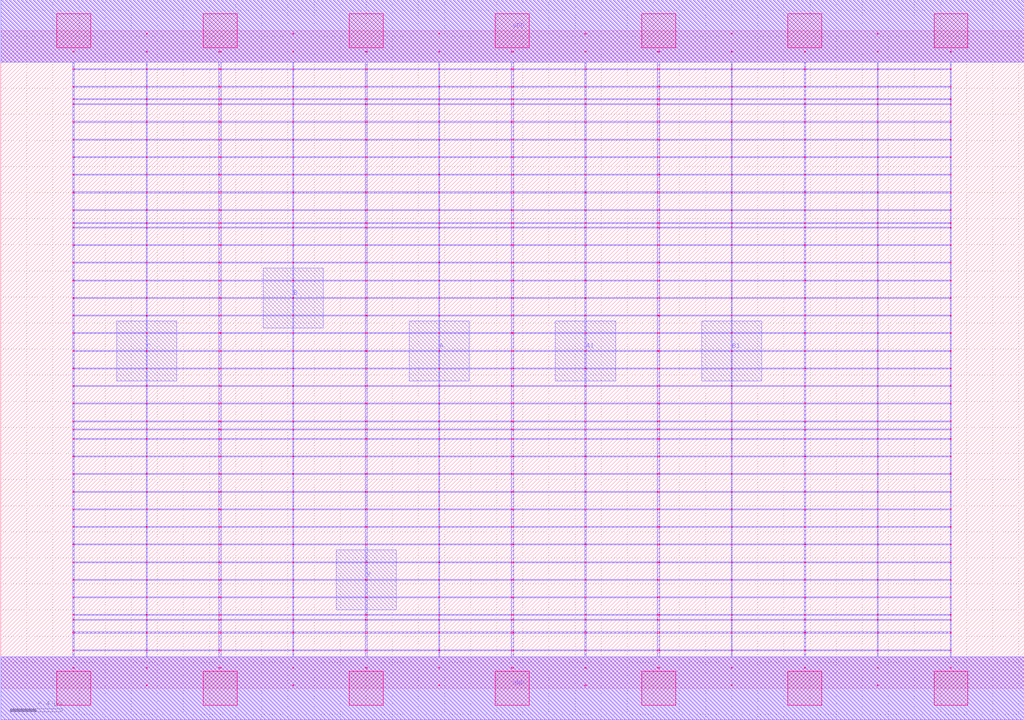
<source format=lef>
MACRO AAOAI221_DEBUG
 CLASS CORE ;
 FOREIGN AAOAI221_DEBUG 0 0 ;
 SIZE 7.84 BY 5.04 ;
 ORIGIN 0 0 ;
 SYMMETRY X Y R90 ;
 SITE unit ;
  PIN VDD
   DIRECTION INOUT ;
   USE SIGNAL ;
   SHAPE ABUTMENT ;
    PORT
     CLASS CORE ;
       LAYER met1 ;
        RECT 0.00000000 4.80000000 7.84000000 5.28000000 ;
       LAYER met2 ;
        RECT 0.00000000 4.80000000 7.84000000 5.28000000 ;
    END
  END VDD

  PIN GND
   DIRECTION INOUT ;
   USE SIGNAL ;
   SHAPE ABUTMENT ;
    PORT
     CLASS CORE ;
       LAYER met1 ;
        RECT 0.00000000 -0.24000000 7.84000000 0.24000000 ;
       LAYER met2 ;
        RECT 0.00000000 -0.24000000 7.84000000 0.24000000 ;
    END
  END GND

  PIN Y
   DIRECTION INOUT ;
   USE SIGNAL ;
   SHAPE ABUTMENT ;
    PORT
     CLASS CORE ;
       LAYER met2 ;
        RECT 2.57000000 0.60200000 3.03000000 1.06200000 ;
    END
  END Y

  PIN A
   DIRECTION INOUT ;
   USE SIGNAL ;
   SHAPE ABUTMENT ;
    PORT
     CLASS CORE ;
       LAYER met2 ;
        RECT 3.13000000 2.35700000 3.59000000 2.81700000 ;
    END
  END A

  PIN A1
   DIRECTION INOUT ;
   USE SIGNAL ;
   SHAPE ABUTMENT ;
    PORT
     CLASS CORE ;
       LAYER met2 ;
        RECT 4.25000000 2.35700000 4.71000000 2.81700000 ;
    END
  END A1

  PIN C
   DIRECTION INOUT ;
   USE SIGNAL ;
   SHAPE ABUTMENT ;
    PORT
     CLASS CORE ;
       LAYER met2 ;
        RECT 0.89000000 2.35700000 1.35000000 2.81700000 ;
    END
  END C

  PIN B1
   DIRECTION INOUT ;
   USE SIGNAL ;
   SHAPE ABUTMENT ;
    PORT
     CLASS CORE ;
       LAYER met2 ;
        RECT 5.37000000 2.35700000 5.83000000 2.81700000 ;
    END
  END B1

  PIN B
   DIRECTION INOUT ;
   USE SIGNAL ;
   SHAPE ABUTMENT ;
    PORT
     CLASS CORE ;
       LAYER met2 ;
        RECT 2.01000000 2.76200000 2.47000000 3.22200000 ;
    END
  END B

 OBS
    LAYER polycont ;
     RECT 3.91100000 2.58300000 3.92900000 2.59100000 ;
     RECT 3.91100000 2.71800000 3.92900000 2.72600000 ;
     RECT 3.91100000 2.85300000 3.92900000 2.86100000 ;
     RECT 3.91100000 2.98800000 3.92900000 2.99600000 ;
     RECT 6.15600000 2.58300000 6.16900000 2.59100000 ;
     RECT 6.71600000 2.58300000 6.72400000 2.59100000 ;
     RECT 7.27600000 2.58300000 7.28400000 2.59100000 ;
     RECT 4.47600000 2.58300000 4.48400000 2.59100000 ;
     RECT 4.47600000 2.71800000 4.48400000 2.72600000 ;
     RECT 5.03100000 2.71800000 5.04900000 2.72600000 ;
     RECT 5.59600000 2.71800000 5.60400000 2.72600000 ;
     RECT 6.15600000 2.71800000 6.16900000 2.72600000 ;
     RECT 6.71600000 2.71800000 6.72400000 2.72600000 ;
     RECT 7.27600000 2.71800000 7.28400000 2.72600000 ;
     RECT 5.03100000 2.58300000 5.04900000 2.59100000 ;
     RECT 4.47600000 2.85300000 4.48400000 2.86100000 ;
     RECT 5.03100000 2.85300000 5.04900000 2.86100000 ;
     RECT 5.59600000 2.85300000 5.60400000 2.86100000 ;
     RECT 6.15600000 2.85300000 6.16900000 2.86100000 ;
     RECT 6.71600000 2.85300000 6.72400000 2.86100000 ;
     RECT 7.27600000 2.85300000 7.28400000 2.86100000 ;
     RECT 5.59600000 2.58300000 5.60400000 2.59100000 ;
     RECT 4.47600000 2.98800000 4.48400000 2.99600000 ;
     RECT 5.03100000 2.98800000 5.04900000 2.99600000 ;
     RECT 5.59600000 2.98800000 5.60400000 2.99600000 ;
     RECT 6.15600000 2.98800000 6.16900000 2.99600000 ;
     RECT 6.71600000 2.98800000 6.72400000 2.99600000 ;
     RECT 7.27600000 2.98800000 7.28400000 2.99600000 ;
     RECT 6.71600000 3.12300000 6.72400000 3.13100000 ;
     RECT 7.27600000 3.12300000 7.28400000 3.13100000 ;
     RECT 6.71600000 3.25800000 6.72400000 3.26600000 ;
     RECT 7.27600000 3.25800000 7.28400000 3.26600000 ;
     RECT 6.71600000 3.39300000 6.72400000 3.40100000 ;
     RECT 7.27600000 3.39300000 7.28400000 3.40100000 ;
     RECT 6.71600000 3.52800000 6.72400000 3.53600000 ;
     RECT 7.27600000 3.52800000 7.28400000 3.53600000 ;
     RECT 6.71600000 3.56100000 6.72400000 3.56900000 ;
     RECT 7.27600000 3.56100000 7.28400000 3.56900000 ;
     RECT 6.71600000 3.66300000 6.72400000 3.67100000 ;
     RECT 7.27600000 3.66300000 7.28400000 3.67100000 ;
     RECT 6.71600000 3.79800000 6.72400000 3.80600000 ;
     RECT 7.27600000 3.79800000 7.28400000 3.80600000 ;
     RECT 6.71600000 3.93300000 6.72400000 3.94100000 ;
     RECT 7.27600000 3.93300000 7.28400000 3.94100000 ;
     RECT 6.71600000 4.06800000 6.72400000 4.07600000 ;
     RECT 7.27600000 4.06800000 7.28400000 4.07600000 ;
     RECT 6.71600000 4.20300000 6.72400000 4.21100000 ;
     RECT 7.27600000 4.20300000 7.28400000 4.21100000 ;
     RECT 6.71600000 4.33800000 6.72400000 4.34600000 ;
     RECT 7.27600000 4.33800000 7.28400000 4.34600000 ;
     RECT 6.71600000 4.47300000 6.72400000 4.48100000 ;
     RECT 7.27600000 4.47300000 7.28400000 4.48100000 ;
     RECT 6.71600000 4.51100000 6.72400000 4.51900000 ;
     RECT 7.27600000 4.51100000 7.28400000 4.51900000 ;
     RECT 6.71600000 4.60800000 6.72400000 4.61600000 ;
     RECT 7.27600000 4.60800000 7.28400000 4.61600000 ;
     RECT 6.71600000 4.74300000 6.72400000 4.75100000 ;
     RECT 7.27600000 4.74300000 7.28400000 4.75100000 ;
     RECT 6.71600000 4.87800000 6.72400000 4.88600000 ;
     RECT 7.27600000 4.87800000 7.28400000 4.88600000 ;
     RECT 3.35600000 2.71800000 3.36400000 2.72600000 ;
     RECT 1.11600000 2.58300000 1.12400000 2.59100000 ;
     RECT 1.67100000 2.58300000 1.68900000 2.59100000 ;
     RECT 0.55100000 2.98800000 0.56400000 2.99600000 ;
     RECT 1.11600000 2.98800000 1.12400000 2.99600000 ;
     RECT 1.67100000 2.98800000 1.68900000 2.99600000 ;
     RECT 2.23600000 2.98800000 2.24400000 2.99600000 ;
     RECT 2.79100000 2.98800000 2.80900000 2.99600000 ;
     RECT 3.35600000 2.98800000 3.36400000 2.99600000 ;
     RECT 2.23600000 2.58300000 2.24400000 2.59100000 ;
     RECT 2.79100000 2.58300000 2.80900000 2.59100000 ;
     RECT 3.35600000 2.58300000 3.36400000 2.59100000 ;
     RECT 0.55100000 2.58300000 0.56400000 2.59100000 ;
     RECT 0.55100000 2.71800000 0.56400000 2.72600000 ;
     RECT 0.55100000 2.85300000 0.56400000 2.86100000 ;
     RECT 1.11600000 2.85300000 1.12400000 2.86100000 ;
     RECT 1.67100000 2.85300000 1.68900000 2.86100000 ;
     RECT 2.23600000 2.85300000 2.24400000 2.86100000 ;
     RECT 2.79100000 2.85300000 2.80900000 2.86100000 ;
     RECT 3.35600000 2.85300000 3.36400000 2.86100000 ;
     RECT 1.11600000 2.71800000 1.12400000 2.72600000 ;
     RECT 1.67100000 2.71800000 1.68900000 2.72600000 ;
     RECT 2.23600000 2.71800000 2.24400000 2.72600000 ;
     RECT 2.79100000 2.71800000 2.80900000 2.72600000 ;
     RECT 2.23600000 0.55800000 2.24400000 0.56600000 ;
     RECT 2.23600000 0.69300000 2.24400000 0.70100000 ;
     RECT 2.23600000 0.82800000 2.24400000 0.83600000 ;
     RECT 2.23600000 0.96300000 2.24400000 0.97100000 ;
     RECT 2.23600000 1.09800000 2.24400000 1.10600000 ;
     RECT 2.23600000 1.23300000 2.24400000 1.24100000 ;
     RECT 2.23600000 1.36800000 2.24400000 1.37600000 ;
     RECT 2.23600000 1.50300000 2.24400000 1.51100000 ;
     RECT 2.23600000 1.63800000 2.24400000 1.64600000 ;
     RECT 2.23600000 1.77300000 2.24400000 1.78100000 ;
     RECT 2.23600000 1.90800000 2.24400000 1.91600000 ;
     RECT 2.23600000 1.98100000 2.24400000 1.98900000 ;
     RECT 2.23600000 2.04300000 2.24400000 2.05100000 ;
     RECT 2.23600000 2.17800000 2.24400000 2.18600000 ;
     RECT 2.23600000 2.31300000 2.24400000 2.32100000 ;
     RECT 2.23600000 2.44800000 2.24400000 2.45600000 ;
     RECT 2.23600000 0.15300000 2.24400000 0.16100000 ;
     RECT 2.23600000 0.28800000 2.24400000 0.29600000 ;
     RECT 2.23600000 0.42300000 2.24400000 0.43100000 ;
     RECT 2.23600000 0.52100000 2.24400000 0.52900000 ;

    LAYER pdiffc ;
     RECT 0.55100000 3.39300000 0.55900000 3.40100000 ;
     RECT 6.16100000 3.39300000 6.16900000 3.40100000 ;
     RECT 0.55100000 3.52800000 0.55900000 3.53600000 ;
     RECT 6.16100000 3.52800000 6.16900000 3.53600000 ;
     RECT 0.55100000 3.56100000 0.55900000 3.56900000 ;
     RECT 6.16100000 3.56100000 6.16900000 3.56900000 ;
     RECT 0.55100000 3.66300000 0.55900000 3.67100000 ;
     RECT 6.16100000 3.66300000 6.16900000 3.67100000 ;
     RECT 0.55100000 3.79800000 0.55900000 3.80600000 ;
     RECT 6.16100000 3.79800000 6.16900000 3.80600000 ;
     RECT 0.55100000 3.93300000 0.55900000 3.94100000 ;
     RECT 6.16100000 3.93300000 6.16900000 3.94100000 ;
     RECT 0.55100000 4.06800000 0.55900000 4.07600000 ;
     RECT 6.16100000 4.06800000 6.16900000 4.07600000 ;
     RECT 0.55100000 4.20300000 0.55900000 4.21100000 ;
     RECT 6.16100000 4.20300000 6.16900000 4.21100000 ;
     RECT 0.55100000 4.33800000 0.55900000 4.34600000 ;
     RECT 6.16100000 4.33800000 6.16900000 4.34600000 ;
     RECT 0.55100000 4.47300000 0.55900000 4.48100000 ;
     RECT 6.16100000 4.47300000 6.16900000 4.48100000 ;
     RECT 0.55100000 4.51100000 0.55900000 4.51900000 ;
     RECT 6.16100000 4.51100000 6.16900000 4.51900000 ;
     RECT 0.55100000 4.60800000 0.55900000 4.61600000 ;
     RECT 6.16100000 4.60800000 6.16900000 4.61600000 ;

    LAYER ndiffc ;
     RECT 3.91100000 0.42300000 3.92900000 0.43100000 ;
     RECT 3.91100000 0.52100000 3.92900000 0.52900000 ;
     RECT 3.91100000 0.55800000 3.92900000 0.56600000 ;
     RECT 3.91100000 0.69300000 3.92900000 0.70100000 ;
     RECT 3.91100000 0.82800000 3.92900000 0.83600000 ;
     RECT 3.91100000 0.96300000 3.92900000 0.97100000 ;
     RECT 3.91100000 1.09800000 3.92900000 1.10600000 ;
     RECT 3.91100000 1.23300000 3.92900000 1.24100000 ;
     RECT 3.91100000 1.36800000 3.92900000 1.37600000 ;
     RECT 3.91100000 1.50300000 3.92900000 1.51100000 ;
     RECT 3.91100000 1.63800000 3.92900000 1.64600000 ;
     RECT 3.91100000 1.77300000 3.92900000 1.78100000 ;
     RECT 3.91100000 1.90800000 3.92900000 1.91600000 ;
     RECT 3.91100000 1.98100000 3.92900000 1.98900000 ;
     RECT 3.91100000 2.04300000 3.92900000 2.05100000 ;
     RECT 7.27600000 0.69300000 7.28400000 0.70100000 ;
     RECT 5.03100000 0.42300000 5.04900000 0.43100000 ;
     RECT 5.03100000 0.82800000 5.04900000 0.83600000 ;
     RECT 6.15600000 0.82800000 6.16900000 0.83600000 ;
     RECT 7.27600000 0.82800000 7.28400000 0.83600000 ;
     RECT 5.03100000 0.52100000 5.04900000 0.52900000 ;
     RECT 5.03100000 0.96300000 5.04900000 0.97100000 ;
     RECT 6.15600000 0.96300000 6.16900000 0.97100000 ;
     RECT 7.27600000 0.96300000 7.28400000 0.97100000 ;
     RECT 6.15600000 0.52100000 6.16900000 0.52900000 ;
     RECT 5.03100000 1.09800000 5.04900000 1.10600000 ;
     RECT 6.15600000 1.09800000 6.16900000 1.10600000 ;
     RECT 7.27600000 1.09800000 7.28400000 1.10600000 ;
     RECT 7.27600000 0.52100000 7.28400000 0.52900000 ;
     RECT 5.03100000 1.23300000 5.04900000 1.24100000 ;
     RECT 6.15600000 1.23300000 6.16900000 1.24100000 ;
     RECT 7.27600000 1.23300000 7.28400000 1.24100000 ;
     RECT 6.15600000 0.42300000 6.16900000 0.43100000 ;
     RECT 5.03100000 1.36800000 5.04900000 1.37600000 ;
     RECT 6.15600000 1.36800000 6.16900000 1.37600000 ;
     RECT 7.27600000 1.36800000 7.28400000 1.37600000 ;
     RECT 5.03100000 0.55800000 5.04900000 0.56600000 ;
     RECT 5.03100000 1.50300000 5.04900000 1.51100000 ;
     RECT 6.15600000 1.50300000 6.16900000 1.51100000 ;
     RECT 7.27600000 1.50300000 7.28400000 1.51100000 ;
     RECT 6.15600000 0.55800000 6.16900000 0.56600000 ;
     RECT 5.03100000 1.63800000 5.04900000 1.64600000 ;
     RECT 6.15600000 1.63800000 6.16900000 1.64600000 ;
     RECT 7.27600000 1.63800000 7.28400000 1.64600000 ;
     RECT 7.27600000 0.55800000 7.28400000 0.56600000 ;
     RECT 5.03100000 1.77300000 5.04900000 1.78100000 ;
     RECT 6.15600000 1.77300000 6.16900000 1.78100000 ;
     RECT 7.27600000 1.77300000 7.28400000 1.78100000 ;
     RECT 7.27600000 0.42300000 7.28400000 0.43100000 ;
     RECT 5.03100000 1.90800000 5.04900000 1.91600000 ;
     RECT 6.15600000 1.90800000 6.16900000 1.91600000 ;
     RECT 7.27600000 1.90800000 7.28400000 1.91600000 ;
     RECT 5.03100000 0.69300000 5.04900000 0.70100000 ;
     RECT 5.03100000 1.98100000 5.04900000 1.98900000 ;
     RECT 6.15600000 1.98100000 6.16900000 1.98900000 ;
     RECT 7.27600000 1.98100000 7.28400000 1.98900000 ;
     RECT 6.15600000 0.69300000 6.16900000 0.70100000 ;
     RECT 5.03100000 2.04300000 5.04900000 2.05100000 ;
     RECT 6.15600000 2.04300000 6.16900000 2.05100000 ;
     RECT 7.27600000 2.04300000 7.28400000 2.05100000 ;
     RECT 2.79100000 0.52100000 2.80900000 0.52900000 ;
     RECT 1.67100000 0.42300000 1.68900000 0.43100000 ;
     RECT 0.55100000 0.96300000 0.56400000 0.97100000 ;
     RECT 0.55100000 1.50300000 0.56400000 1.51100000 ;
     RECT 1.67100000 1.50300000 1.68900000 1.51100000 ;
     RECT 2.79100000 1.50300000 2.80900000 1.51100000 ;
     RECT 1.67100000 0.96300000 1.68900000 0.97100000 ;
     RECT 2.79100000 0.96300000 2.80900000 0.97100000 ;
     RECT 2.79100000 0.42300000 2.80900000 0.43100000 ;
     RECT 0.55100000 0.69300000 0.56400000 0.70100000 ;
     RECT 0.55100000 1.63800000 0.56400000 1.64600000 ;
     RECT 1.67100000 1.63800000 1.68900000 1.64600000 ;
     RECT 2.79100000 1.63800000 2.80900000 1.64600000 ;
     RECT 1.67100000 0.69300000 1.68900000 0.70100000 ;
     RECT 2.79100000 0.69300000 2.80900000 0.70100000 ;
     RECT 0.55100000 1.09800000 0.56400000 1.10600000 ;
     RECT 1.67100000 1.09800000 1.68900000 1.10600000 ;
     RECT 0.55100000 1.77300000 0.56400000 1.78100000 ;
     RECT 1.67100000 1.77300000 1.68900000 1.78100000 ;
     RECT 2.79100000 1.77300000 2.80900000 1.78100000 ;
     RECT 2.79100000 1.09800000 2.80900000 1.10600000 ;
     RECT 0.55100000 0.42300000 0.56400000 0.43100000 ;
     RECT 0.55100000 0.52100000 0.56400000 0.52900000 ;
     RECT 0.55100000 0.55800000 0.56400000 0.56600000 ;
     RECT 0.55100000 1.90800000 0.56400000 1.91600000 ;
     RECT 1.67100000 1.90800000 1.68900000 1.91600000 ;
     RECT 2.79100000 1.90800000 2.80900000 1.91600000 ;
     RECT 1.67100000 0.55800000 1.68900000 0.56600000 ;
     RECT 0.55100000 1.23300000 0.56400000 1.24100000 ;
     RECT 1.67100000 1.23300000 1.68900000 1.24100000 ;
     RECT 2.79100000 1.23300000 2.80900000 1.24100000 ;
     RECT 0.55100000 1.98100000 0.56400000 1.98900000 ;
     RECT 1.67100000 1.98100000 1.68900000 1.98900000 ;
     RECT 2.79100000 1.98100000 2.80900000 1.98900000 ;
     RECT 0.55100000 0.82800000 0.56400000 0.83600000 ;
     RECT 1.67100000 0.82800000 1.68900000 0.83600000 ;
     RECT 2.79100000 0.82800000 2.80900000 0.83600000 ;
     RECT 2.79100000 0.55800000 2.80900000 0.56600000 ;
     RECT 0.55100000 2.04300000 0.56400000 2.05100000 ;
     RECT 1.67100000 2.04300000 1.68900000 2.05100000 ;
     RECT 2.79100000 2.04300000 2.80900000 2.05100000 ;
     RECT 0.55100000 1.36800000 0.56400000 1.37600000 ;
     RECT 1.67100000 1.36800000 1.68900000 1.37600000 ;
     RECT 2.79100000 1.36800000 2.80900000 1.37600000 ;
     RECT 1.67100000 0.52100000 1.68900000 0.52900000 ;

    LAYER met1 ;
     RECT 0.00000000 -0.24000000 7.84000000 0.24000000 ;
     RECT 3.91100000 0.24000000 3.92900000 0.28800000 ;
     RECT 0.55100000 0.28800000 7.28400000 0.29600000 ;
     RECT 3.91100000 0.29600000 3.92900000 0.42300000 ;
     RECT 0.55100000 0.42300000 7.28400000 0.43100000 ;
     RECT 3.91100000 0.43100000 3.92900000 0.52100000 ;
     RECT 0.55100000 0.52100000 7.28400000 0.52900000 ;
     RECT 3.91100000 0.52900000 3.92900000 0.55800000 ;
     RECT 0.55100000 0.55800000 7.28400000 0.56600000 ;
     RECT 3.91100000 0.56600000 3.92900000 0.69300000 ;
     RECT 0.55100000 0.69300000 7.28400000 0.70100000 ;
     RECT 3.91100000 0.70100000 3.92900000 0.82800000 ;
     RECT 0.55100000 0.82800000 7.28400000 0.83600000 ;
     RECT 3.91100000 0.83600000 3.92900000 0.96300000 ;
     RECT 0.55100000 0.96300000 7.28400000 0.97100000 ;
     RECT 3.91100000 0.97100000 3.92900000 1.09800000 ;
     RECT 0.55100000 1.09800000 7.28400000 1.10600000 ;
     RECT 3.91100000 1.10600000 3.92900000 1.23300000 ;
     RECT 0.55100000 1.23300000 7.28400000 1.24100000 ;
     RECT 3.91100000 1.24100000 3.92900000 1.36800000 ;
     RECT 0.55100000 1.36800000 7.28400000 1.37600000 ;
     RECT 3.91100000 1.37600000 3.92900000 1.50300000 ;
     RECT 0.55100000 1.50300000 7.28400000 1.51100000 ;
     RECT 3.91100000 1.51100000 3.92900000 1.63800000 ;
     RECT 0.55100000 1.63800000 7.28400000 1.64600000 ;
     RECT 3.91100000 1.64600000 3.92900000 1.77300000 ;
     RECT 0.55100000 1.77300000 7.28400000 1.78100000 ;
     RECT 3.91100000 1.78100000 3.92900000 1.90800000 ;
     RECT 0.55100000 1.90800000 7.28400000 1.91600000 ;
     RECT 3.91100000 1.91600000 3.92900000 1.98100000 ;
     RECT 0.55100000 1.98100000 7.28400000 1.98900000 ;
     RECT 3.91100000 1.98900000 3.92900000 2.04300000 ;
     RECT 0.55100000 2.04300000 7.28400000 2.05100000 ;
     RECT 3.91100000 2.05100000 3.92900000 2.17800000 ;
     RECT 0.55100000 2.17800000 7.28400000 2.18600000 ;
     RECT 3.91100000 2.18600000 3.92900000 2.31300000 ;
     RECT 0.55100000 2.31300000 7.28400000 2.32100000 ;
     RECT 3.91100000 2.32100000 3.92900000 2.44800000 ;
     RECT 0.55100000 2.44800000 7.28400000 2.45600000 ;
     RECT 0.55100000 2.45600000 0.56400000 2.58300000 ;
     RECT 1.11600000 2.45600000 1.12400000 2.58300000 ;
     RECT 1.67100000 2.45600000 1.68900000 2.58300000 ;
     RECT 2.23600000 2.45600000 2.24400000 2.58300000 ;
     RECT 2.79100000 2.45600000 2.80900000 2.58300000 ;
     RECT 3.35600000 2.45600000 3.36400000 2.58300000 ;
     RECT 3.91100000 2.45600000 3.92900000 2.58300000 ;
     RECT 4.47600000 2.45600000 4.48400000 2.58300000 ;
     RECT 5.03100000 2.45600000 5.04900000 2.58300000 ;
     RECT 5.59600000 2.45600000 5.60400000 2.58300000 ;
     RECT 6.15600000 2.45600000 6.16900000 2.58300000 ;
     RECT 6.71600000 2.45600000 6.72400000 2.58300000 ;
     RECT 7.27600000 2.45600000 7.28400000 2.58300000 ;
     RECT 0.55100000 2.58300000 7.28400000 2.59100000 ;
     RECT 3.91100000 2.59100000 3.92900000 2.71800000 ;
     RECT 0.55100000 2.71800000 7.28400000 2.72600000 ;
     RECT 3.91100000 2.72600000 3.92900000 2.85300000 ;
     RECT 0.55100000 2.85300000 7.28400000 2.86100000 ;
     RECT 3.91100000 2.86100000 3.92900000 2.98800000 ;
     RECT 0.55100000 2.98800000 7.28400000 2.99600000 ;
     RECT 3.91100000 2.99600000 3.92900000 3.12300000 ;
     RECT 0.55100000 3.12300000 7.28400000 3.13100000 ;
     RECT 3.91100000 3.13100000 3.92900000 3.25800000 ;
     RECT 0.55100000 3.25800000 7.28400000 3.26600000 ;
     RECT 3.91100000 3.26600000 3.92900000 3.39300000 ;
     RECT 0.55100000 3.39300000 7.28400000 3.40100000 ;
     RECT 3.91100000 3.40100000 3.92900000 3.52800000 ;
     RECT 0.55100000 3.52800000 7.28400000 3.53600000 ;
     RECT 3.91100000 3.53600000 3.92900000 3.56100000 ;
     RECT 0.55100000 3.56100000 7.28400000 3.56900000 ;
     RECT 3.91100000 3.56900000 3.92900000 3.66300000 ;
     RECT 0.55100000 3.66300000 7.28400000 3.67100000 ;
     RECT 3.91100000 3.67100000 3.92900000 3.79800000 ;
     RECT 0.55100000 3.79800000 7.28400000 3.80600000 ;
     RECT 3.91100000 3.80600000 3.92900000 3.93300000 ;
     RECT 0.55100000 3.93300000 7.28400000 3.94100000 ;
     RECT 3.91100000 3.94100000 3.92900000 4.06800000 ;
     RECT 0.55100000 4.06800000 7.28400000 4.07600000 ;
     RECT 3.91100000 4.07600000 3.92900000 4.20300000 ;
     RECT 0.55100000 4.20300000 7.28400000 4.21100000 ;
     RECT 3.91100000 4.21100000 3.92900000 4.33800000 ;
     RECT 0.55100000 4.33800000 7.28400000 4.34600000 ;
     RECT 3.91100000 4.34600000 3.92900000 4.47300000 ;
     RECT 0.55100000 4.47300000 7.28400000 4.48100000 ;
     RECT 3.91100000 4.48100000 3.92900000 4.51100000 ;
     RECT 0.55100000 4.51100000 7.28400000 4.51900000 ;
     RECT 3.91100000 4.51900000 3.92900000 4.60800000 ;
     RECT 0.55100000 4.60800000 7.28400000 4.61600000 ;
     RECT 3.91100000 4.61600000 3.92900000 4.74300000 ;
     RECT 0.55100000 4.74300000 7.28400000 4.75100000 ;
     RECT 3.91100000 4.75100000 3.92900000 4.80000000 ;
     RECT 0.00000000 4.80000000 7.84000000 5.28000000 ;
     RECT 4.47600000 3.80600000 4.48400000 3.93300000 ;
     RECT 5.03100000 3.80600000 5.04900000 3.93300000 ;
     RECT 5.59600000 3.80600000 5.60400000 3.93300000 ;
     RECT 6.15600000 3.80600000 6.16900000 3.93300000 ;
     RECT 6.71600000 3.80600000 6.72400000 3.93300000 ;
     RECT 7.27600000 3.80600000 7.28400000 3.93300000 ;
     RECT 6.15600000 3.94100000 6.16900000 4.06800000 ;
     RECT 6.71600000 3.94100000 6.72400000 4.06800000 ;
     RECT 7.27600000 3.94100000 7.28400000 4.06800000 ;
     RECT 6.15600000 4.07600000 6.16900000 4.20300000 ;
     RECT 6.71600000 4.07600000 6.72400000 4.20300000 ;
     RECT 7.27600000 4.07600000 7.28400000 4.20300000 ;
     RECT 6.15600000 4.21100000 6.16900000 4.33800000 ;
     RECT 6.71600000 4.21100000 6.72400000 4.33800000 ;
     RECT 7.27600000 4.21100000 7.28400000 4.33800000 ;
     RECT 6.15600000 4.34600000 6.16900000 4.47300000 ;
     RECT 6.71600000 4.34600000 6.72400000 4.47300000 ;
     RECT 7.27600000 4.34600000 7.28400000 4.47300000 ;
     RECT 6.15600000 4.48100000 6.16900000 4.51100000 ;
     RECT 6.71600000 4.48100000 6.72400000 4.51100000 ;
     RECT 7.27600000 4.48100000 7.28400000 4.51100000 ;
     RECT 6.15600000 4.51900000 6.16900000 4.60800000 ;
     RECT 6.71600000 4.51900000 6.72400000 4.60800000 ;
     RECT 7.27600000 4.51900000 7.28400000 4.60800000 ;
     RECT 6.15600000 4.61600000 6.16900000 4.74300000 ;
     RECT 6.71600000 4.61600000 6.72400000 4.74300000 ;
     RECT 7.27600000 4.61600000 7.28400000 4.74300000 ;
     RECT 6.15600000 4.75100000 6.16900000 4.80000000 ;
     RECT 6.71600000 4.75100000 6.72400000 4.80000000 ;
     RECT 7.27600000 4.75100000 7.28400000 4.80000000 ;
     RECT 4.47600000 4.48100000 4.48400000 4.51100000 ;
     RECT 5.03100000 4.48100000 5.04900000 4.51100000 ;
     RECT 5.59600000 4.48100000 5.60400000 4.51100000 ;
     RECT 4.47600000 4.21100000 4.48400000 4.33800000 ;
     RECT 5.03100000 4.21100000 5.04900000 4.33800000 ;
     RECT 5.59600000 4.21100000 5.60400000 4.33800000 ;
     RECT 4.47600000 4.51900000 4.48400000 4.60800000 ;
     RECT 5.03100000 4.51900000 5.04900000 4.60800000 ;
     RECT 5.59600000 4.51900000 5.60400000 4.60800000 ;
     RECT 4.47600000 4.07600000 4.48400000 4.20300000 ;
     RECT 5.03100000 4.07600000 5.04900000 4.20300000 ;
     RECT 5.59600000 4.07600000 5.60400000 4.20300000 ;
     RECT 4.47600000 4.61600000 4.48400000 4.74300000 ;
     RECT 5.03100000 4.61600000 5.04900000 4.74300000 ;
     RECT 5.59600000 4.61600000 5.60400000 4.74300000 ;
     RECT 4.47600000 4.34600000 4.48400000 4.47300000 ;
     RECT 5.03100000 4.34600000 5.04900000 4.47300000 ;
     RECT 5.59600000 4.34600000 5.60400000 4.47300000 ;
     RECT 4.47600000 4.75100000 4.48400000 4.80000000 ;
     RECT 5.03100000 4.75100000 5.04900000 4.80000000 ;
     RECT 5.59600000 4.75100000 5.60400000 4.80000000 ;
     RECT 4.47600000 3.94100000 4.48400000 4.06800000 ;
     RECT 5.03100000 3.94100000 5.04900000 4.06800000 ;
     RECT 5.59600000 3.94100000 5.60400000 4.06800000 ;
     RECT 5.03100000 3.40100000 5.04900000 3.52800000 ;
     RECT 5.59600000 3.40100000 5.60400000 3.52800000 ;
     RECT 4.47600000 3.53600000 4.48400000 3.56100000 ;
     RECT 5.03100000 3.53600000 5.04900000 3.56100000 ;
     RECT 5.59600000 3.53600000 5.60400000 3.56100000 ;
     RECT 5.59600000 2.59100000 5.60400000 2.71800000 ;
     RECT 4.47600000 3.56900000 4.48400000 3.66300000 ;
     RECT 4.47600000 2.59100000 4.48400000 2.71800000 ;
     RECT 5.03100000 2.59100000 5.04900000 2.71800000 ;
     RECT 5.03100000 3.56900000 5.04900000 3.66300000 ;
     RECT 5.59600000 3.56900000 5.60400000 3.66300000 ;
     RECT 4.47600000 2.86100000 4.48400000 2.98800000 ;
     RECT 5.03100000 2.86100000 5.04900000 2.98800000 ;
     RECT 4.47600000 2.99600000 4.48400000 3.12300000 ;
     RECT 5.03100000 2.99600000 5.04900000 3.12300000 ;
     RECT 4.47600000 3.13100000 4.48400000 3.25800000 ;
     RECT 5.03100000 3.13100000 5.04900000 3.25800000 ;
     RECT 4.47600000 3.67100000 4.48400000 3.79800000 ;
     RECT 5.03100000 3.67100000 5.04900000 3.79800000 ;
     RECT 5.59600000 3.67100000 5.60400000 3.79800000 ;
     RECT 5.59600000 2.86100000 5.60400000 2.98800000 ;
     RECT 4.47600000 2.72600000 4.48400000 2.85300000 ;
     RECT 5.03100000 2.72600000 5.04900000 2.85300000 ;
     RECT 5.59600000 3.13100000 5.60400000 3.25800000 ;
     RECT 5.59600000 2.99600000 5.60400000 3.12300000 ;
     RECT 4.47600000 3.26600000 4.48400000 3.39300000 ;
     RECT 5.03100000 3.26600000 5.04900000 3.39300000 ;
     RECT 5.59600000 3.26600000 5.60400000 3.39300000 ;
     RECT 5.59600000 2.72600000 5.60400000 2.85300000 ;
     RECT 4.47600000 3.40100000 4.48400000 3.52800000 ;
     RECT 7.27600000 3.40100000 7.28400000 3.52800000 ;
     RECT 6.71600000 2.59100000 6.72400000 2.71800000 ;
     RECT 7.27600000 2.59100000 7.28400000 2.71800000 ;
     RECT 6.71600000 2.72600000 6.72400000 2.85300000 ;
     RECT 7.27600000 2.72600000 7.28400000 2.85300000 ;
     RECT 7.27600000 3.13100000 7.28400000 3.25800000 ;
     RECT 6.15600000 2.72600000 6.16900000 2.85300000 ;
     RECT 6.15600000 3.67100000 6.16900000 3.79800000 ;
     RECT 6.71600000 3.67100000 6.72400000 3.79800000 ;
     RECT 7.27600000 3.67100000 7.28400000 3.79800000 ;
     RECT 6.15600000 3.26600000 6.16900000 3.39300000 ;
     RECT 6.15600000 2.86100000 6.16900000 2.98800000 ;
     RECT 6.15600000 3.53600000 6.16900000 3.56100000 ;
     RECT 6.71600000 3.53600000 6.72400000 3.56100000 ;
     RECT 7.27600000 3.53600000 7.28400000 3.56100000 ;
     RECT 6.71600000 3.26600000 6.72400000 3.39300000 ;
     RECT 6.15600000 2.59100000 6.16900000 2.71800000 ;
     RECT 7.27600000 3.26600000 7.28400000 3.39300000 ;
     RECT 6.15600000 2.99600000 6.16900000 3.12300000 ;
     RECT 6.71600000 2.86100000 6.72400000 2.98800000 ;
     RECT 7.27600000 2.86100000 7.28400000 2.98800000 ;
     RECT 6.15600000 3.40100000 6.16900000 3.52800000 ;
     RECT 6.15600000 3.13100000 6.16900000 3.25800000 ;
     RECT 6.71600000 3.40100000 6.72400000 3.52800000 ;
     RECT 6.15600000 3.56900000 6.16900000 3.66300000 ;
     RECT 6.71600000 3.56900000 6.72400000 3.66300000 ;
     RECT 6.71600000 2.99600000 6.72400000 3.12300000 ;
     RECT 7.27600000 2.99600000 7.28400000 3.12300000 ;
     RECT 7.27600000 3.56900000 7.28400000 3.66300000 ;
     RECT 6.71600000 3.13100000 6.72400000 3.25800000 ;
     RECT 0.55100000 3.80600000 0.56400000 3.93300000 ;
     RECT 1.11600000 3.80600000 1.12400000 3.93300000 ;
     RECT 1.67100000 3.80600000 1.68900000 3.93300000 ;
     RECT 2.23600000 3.80600000 2.24400000 3.93300000 ;
     RECT 2.79100000 3.80600000 2.80900000 3.93300000 ;
     RECT 3.35600000 3.80600000 3.36400000 3.93300000 ;
     RECT 2.23600000 4.21100000 2.24400000 4.33800000 ;
     RECT 2.79100000 4.21100000 2.80900000 4.33800000 ;
     RECT 3.35600000 4.21100000 3.36400000 4.33800000 ;
     RECT 2.23600000 4.34600000 2.24400000 4.47300000 ;
     RECT 2.79100000 4.34600000 2.80900000 4.47300000 ;
     RECT 3.35600000 4.34600000 3.36400000 4.47300000 ;
     RECT 2.23600000 4.48100000 2.24400000 4.51100000 ;
     RECT 2.79100000 4.48100000 2.80900000 4.51100000 ;
     RECT 3.35600000 4.48100000 3.36400000 4.51100000 ;
     RECT 2.23600000 4.51900000 2.24400000 4.60800000 ;
     RECT 2.79100000 4.51900000 2.80900000 4.60800000 ;
     RECT 3.35600000 4.51900000 3.36400000 4.60800000 ;
     RECT 2.23600000 4.61600000 2.24400000 4.74300000 ;
     RECT 2.79100000 4.61600000 2.80900000 4.74300000 ;
     RECT 3.35600000 4.61600000 3.36400000 4.74300000 ;
     RECT 2.23600000 3.94100000 2.24400000 4.06800000 ;
     RECT 2.79100000 3.94100000 2.80900000 4.06800000 ;
     RECT 3.35600000 3.94100000 3.36400000 4.06800000 ;
     RECT 2.23600000 4.07600000 2.24400000 4.20300000 ;
     RECT 2.23600000 4.75100000 2.24400000 4.80000000 ;
     RECT 2.79100000 4.75100000 2.80900000 4.80000000 ;
     RECT 3.35600000 4.75100000 3.36400000 4.80000000 ;
     RECT 2.79100000 4.07600000 2.80900000 4.20300000 ;
     RECT 3.35600000 4.07600000 3.36400000 4.20300000 ;
     RECT 0.55100000 4.51900000 0.56400000 4.60800000 ;
     RECT 1.11600000 4.51900000 1.12400000 4.60800000 ;
     RECT 1.67100000 4.51900000 1.68900000 4.60800000 ;
     RECT 0.55100000 4.07600000 0.56400000 4.20300000 ;
     RECT 1.11600000 4.07600000 1.12400000 4.20300000 ;
     RECT 1.67100000 4.07600000 1.68900000 4.20300000 ;
     RECT 0.55100000 4.61600000 0.56400000 4.74300000 ;
     RECT 1.11600000 4.61600000 1.12400000 4.74300000 ;
     RECT 1.67100000 4.61600000 1.68900000 4.74300000 ;
     RECT 0.55100000 4.34600000 0.56400000 4.47300000 ;
     RECT 1.11600000 4.34600000 1.12400000 4.47300000 ;
     RECT 1.67100000 4.34600000 1.68900000 4.47300000 ;
     RECT 0.55100000 3.94100000 0.56400000 4.06800000 ;
     RECT 1.11600000 3.94100000 1.12400000 4.06800000 ;
     RECT 1.67100000 3.94100000 1.68900000 4.06800000 ;
     RECT 0.55100000 4.48100000 0.56400000 4.51100000 ;
     RECT 0.55100000 4.75100000 0.56400000 4.80000000 ;
     RECT 1.11600000 4.75100000 1.12400000 4.80000000 ;
     RECT 1.67100000 4.75100000 1.68900000 4.80000000 ;
     RECT 1.11600000 4.48100000 1.12400000 4.51100000 ;
     RECT 1.67100000 4.48100000 1.68900000 4.51100000 ;
     RECT 0.55100000 4.21100000 0.56400000 4.33800000 ;
     RECT 1.11600000 4.21100000 1.12400000 4.33800000 ;
     RECT 1.67100000 4.21100000 1.68900000 4.33800000 ;
     RECT 1.67100000 3.13100000 1.68900000 3.25800000 ;
     RECT 0.55100000 2.86100000 0.56400000 2.98800000 ;
     RECT 1.67100000 2.86100000 1.68900000 2.98800000 ;
     RECT 0.55100000 3.53600000 0.56400000 3.56100000 ;
     RECT 1.11600000 3.53600000 1.12400000 3.56100000 ;
     RECT 1.67100000 3.67100000 1.68900000 3.79800000 ;
     RECT 1.67100000 3.26600000 1.68900000 3.39300000 ;
     RECT 1.67100000 3.53600000 1.68900000 3.56100000 ;
     RECT 1.11600000 2.86100000 1.12400000 2.98800000 ;
     RECT 0.55100000 3.56900000 0.56400000 3.66300000 ;
     RECT 1.11600000 3.56900000 1.12400000 3.66300000 ;
     RECT 1.67100000 3.56900000 1.68900000 3.66300000 ;
     RECT 1.67100000 2.72600000 1.68900000 2.85300000 ;
     RECT 0.55100000 2.99600000 0.56400000 3.12300000 ;
     RECT 1.11600000 2.99600000 1.12400000 3.12300000 ;
     RECT 1.67100000 3.40100000 1.68900000 3.52800000 ;
     RECT 0.55100000 2.59100000 0.56400000 2.71800000 ;
     RECT 1.11600000 2.59100000 1.12400000 2.71800000 ;
     RECT 0.55100000 2.72600000 0.56400000 2.85300000 ;
     RECT 1.11600000 2.72600000 1.12400000 2.85300000 ;
     RECT 0.55100000 3.13100000 0.56400000 3.25800000 ;
     RECT 1.67100000 2.59100000 1.68900000 2.71800000 ;
     RECT 0.55100000 3.26600000 0.56400000 3.39300000 ;
     RECT 1.11600000 3.26600000 1.12400000 3.39300000 ;
     RECT 0.55100000 3.67100000 0.56400000 3.79800000 ;
     RECT 1.11600000 3.67100000 1.12400000 3.79800000 ;
     RECT 1.11600000 3.13100000 1.12400000 3.25800000 ;
     RECT 1.67100000 2.99600000 1.68900000 3.12300000 ;
     RECT 0.55100000 3.40100000 0.56400000 3.52800000 ;
     RECT 1.11600000 3.40100000 1.12400000 3.52800000 ;
     RECT 2.79100000 3.26600000 2.80900000 3.39300000 ;
     RECT 3.35600000 3.26600000 3.36400000 3.39300000 ;
     RECT 2.23600000 3.40100000 2.24400000 3.52800000 ;
     RECT 2.23600000 3.53600000 2.24400000 3.56100000 ;
     RECT 2.79100000 3.53600000 2.80900000 3.56100000 ;
     RECT 2.79100000 2.72600000 2.80900000 2.85300000 ;
     RECT 3.35600000 2.72600000 3.36400000 2.85300000 ;
     RECT 3.35600000 3.53600000 3.36400000 3.56100000 ;
     RECT 2.79100000 2.59100000 2.80900000 2.71800000 ;
     RECT 3.35600000 2.59100000 3.36400000 2.71800000 ;
     RECT 2.23600000 2.59100000 2.24400000 2.71800000 ;
     RECT 2.23600000 2.86100000 2.24400000 2.98800000 ;
     RECT 2.79100000 3.40100000 2.80900000 3.52800000 ;
     RECT 2.23600000 3.13100000 2.24400000 3.25800000 ;
     RECT 2.79100000 3.13100000 2.80900000 3.25800000 ;
     RECT 2.23600000 3.56900000 2.24400000 3.66300000 ;
     RECT 2.79100000 3.56900000 2.80900000 3.66300000 ;
     RECT 3.35600000 3.56900000 3.36400000 3.66300000 ;
     RECT 3.35600000 3.13100000 3.36400000 3.25800000 ;
     RECT 2.23600000 2.72600000 2.24400000 2.85300000 ;
     RECT 2.79100000 2.86100000 2.80900000 2.98800000 ;
     RECT 3.35600000 2.86100000 3.36400000 2.98800000 ;
     RECT 2.23600000 3.67100000 2.24400000 3.79800000 ;
     RECT 2.79100000 3.67100000 2.80900000 3.79800000 ;
     RECT 3.35600000 3.67100000 3.36400000 3.79800000 ;
     RECT 2.23600000 2.99600000 2.24400000 3.12300000 ;
     RECT 2.79100000 2.99600000 2.80900000 3.12300000 ;
     RECT 3.35600000 2.99600000 3.36400000 3.12300000 ;
     RECT 3.35600000 3.40100000 3.36400000 3.52800000 ;
     RECT 2.23600000 3.26600000 2.24400000 3.39300000 ;
     RECT 0.55100000 1.10600000 0.56400000 1.23300000 ;
     RECT 1.11600000 1.10600000 1.12400000 1.23300000 ;
     RECT 1.67100000 1.10600000 1.68900000 1.23300000 ;
     RECT 2.23600000 1.10600000 2.24400000 1.23300000 ;
     RECT 2.79100000 1.10600000 2.80900000 1.23300000 ;
     RECT 3.35600000 1.10600000 3.36400000 1.23300000 ;
     RECT 2.23600000 1.78100000 2.24400000 1.90800000 ;
     RECT 2.79100000 1.78100000 2.80900000 1.90800000 ;
     RECT 3.35600000 1.78100000 3.36400000 1.90800000 ;
     RECT 2.23600000 1.91600000 2.24400000 1.98100000 ;
     RECT 2.79100000 1.91600000 2.80900000 1.98100000 ;
     RECT 3.35600000 1.91600000 3.36400000 1.98100000 ;
     RECT 2.23600000 1.98900000 2.24400000 2.04300000 ;
     RECT 2.79100000 1.98900000 2.80900000 2.04300000 ;
     RECT 3.35600000 1.98900000 3.36400000 2.04300000 ;
     RECT 2.23600000 2.05100000 2.24400000 2.17800000 ;
     RECT 2.79100000 2.05100000 2.80900000 2.17800000 ;
     RECT 3.35600000 2.05100000 3.36400000 2.17800000 ;
     RECT 2.23600000 2.18600000 2.24400000 2.31300000 ;
     RECT 2.79100000 2.18600000 2.80900000 2.31300000 ;
     RECT 3.35600000 2.18600000 3.36400000 2.31300000 ;
     RECT 2.23600000 2.32100000 2.24400000 2.44800000 ;
     RECT 2.79100000 2.32100000 2.80900000 2.44800000 ;
     RECT 3.35600000 2.32100000 3.36400000 2.44800000 ;
     RECT 2.23600000 1.51100000 2.24400000 1.63800000 ;
     RECT 2.79100000 1.51100000 2.80900000 1.63800000 ;
     RECT 3.35600000 1.51100000 3.36400000 1.63800000 ;
     RECT 2.23600000 1.64600000 2.24400000 1.77300000 ;
     RECT 2.79100000 1.64600000 2.80900000 1.77300000 ;
     RECT 3.35600000 1.64600000 3.36400000 1.77300000 ;
     RECT 2.23600000 1.24100000 2.24400000 1.36800000 ;
     RECT 2.79100000 1.24100000 2.80900000 1.36800000 ;
     RECT 3.35600000 1.24100000 3.36400000 1.36800000 ;
     RECT 2.23600000 1.37600000 2.24400000 1.50300000 ;
     RECT 2.79100000 1.37600000 2.80900000 1.50300000 ;
     RECT 3.35600000 1.37600000 3.36400000 1.50300000 ;
     RECT 1.67100000 2.18600000 1.68900000 2.31300000 ;
     RECT 1.67100000 1.91600000 1.68900000 1.98100000 ;
     RECT 1.11600000 1.64600000 1.12400000 1.77300000 ;
     RECT 0.55100000 1.78100000 0.56400000 1.90800000 ;
     RECT 0.55100000 2.32100000 0.56400000 2.44800000 ;
     RECT 1.11600000 2.32100000 1.12400000 2.44800000 ;
     RECT 1.67100000 2.32100000 1.68900000 2.44800000 ;
     RECT 1.11600000 1.78100000 1.12400000 1.90800000 ;
     RECT 0.55100000 1.98900000 0.56400000 2.04300000 ;
     RECT 1.11600000 1.98900000 1.12400000 2.04300000 ;
     RECT 1.67100000 1.98900000 1.68900000 2.04300000 ;
     RECT 1.67100000 1.78100000 1.68900000 1.90800000 ;
     RECT 1.67100000 1.64600000 1.68900000 1.77300000 ;
     RECT 1.67100000 1.51100000 1.68900000 1.63800000 ;
     RECT 0.55100000 2.05100000 0.56400000 2.17800000 ;
     RECT 1.11600000 2.05100000 1.12400000 2.17800000 ;
     RECT 0.55100000 1.24100000 0.56400000 1.36800000 ;
     RECT 1.11600000 1.24100000 1.12400000 1.36800000 ;
     RECT 1.67100000 1.24100000 1.68900000 1.36800000 ;
     RECT 1.67100000 2.05100000 1.68900000 2.17800000 ;
     RECT 0.55100000 1.64600000 0.56400000 1.77300000 ;
     RECT 0.55100000 1.91600000 0.56400000 1.98100000 ;
     RECT 0.55100000 1.37600000 0.56400000 1.50300000 ;
     RECT 1.11600000 1.37600000 1.12400000 1.50300000 ;
     RECT 1.67100000 1.37600000 1.68900000 1.50300000 ;
     RECT 1.11600000 1.91600000 1.12400000 1.98100000 ;
     RECT 0.55100000 2.18600000 0.56400000 2.31300000 ;
     RECT 1.11600000 2.18600000 1.12400000 2.31300000 ;
     RECT 0.55100000 1.51100000 0.56400000 1.63800000 ;
     RECT 1.11600000 1.51100000 1.12400000 1.63800000 ;
     RECT 1.67100000 0.24000000 1.68900000 0.28800000 ;
     RECT 0.55100000 0.56600000 0.56400000 0.69300000 ;
     RECT 1.67100000 0.56600000 1.68900000 0.69300000 ;
     RECT 1.11600000 0.56600000 1.12400000 0.69300000 ;
     RECT 1.11600000 0.52900000 1.12400000 0.55800000 ;
     RECT 1.67100000 0.52900000 1.68900000 0.55800000 ;
     RECT 0.55100000 0.24000000 0.56400000 0.28800000 ;
     RECT 0.55100000 0.43100000 0.56400000 0.52100000 ;
     RECT 1.11600000 0.43100000 1.12400000 0.52100000 ;
     RECT 1.11600000 0.24000000 1.12400000 0.28800000 ;
     RECT 0.55100000 0.52900000 0.56400000 0.55800000 ;
     RECT 0.55100000 0.29600000 0.56400000 0.42300000 ;
     RECT 1.11600000 0.29600000 1.12400000 0.42300000 ;
     RECT 0.55100000 0.70100000 0.56400000 0.82800000 ;
     RECT 1.11600000 0.70100000 1.12400000 0.82800000 ;
     RECT 1.67100000 0.43100000 1.68900000 0.52100000 ;
     RECT 1.67100000 0.70100000 1.68900000 0.82800000 ;
     RECT 1.67100000 0.29600000 1.68900000 0.42300000 ;
     RECT 0.55100000 0.83600000 0.56400000 0.96300000 ;
     RECT 1.11600000 0.83600000 1.12400000 0.96300000 ;
     RECT 1.67100000 0.83600000 1.68900000 0.96300000 ;
     RECT 0.55100000 0.97100000 0.56400000 1.09800000 ;
     RECT 1.11600000 0.97100000 1.12400000 1.09800000 ;
     RECT 1.67100000 0.97100000 1.68900000 1.09800000 ;
     RECT 3.35600000 0.70100000 3.36400000 0.82800000 ;
     RECT 2.23600000 0.56600000 2.24400000 0.69300000 ;
     RECT 2.23600000 0.29600000 2.24400000 0.42300000 ;
     RECT 2.79100000 0.56600000 2.80900000 0.69300000 ;
     RECT 3.35600000 0.56600000 3.36400000 0.69300000 ;
     RECT 2.79100000 0.52900000 2.80900000 0.55800000 ;
     RECT 2.23600000 0.83600000 2.24400000 0.96300000 ;
     RECT 2.79100000 0.83600000 2.80900000 0.96300000 ;
     RECT 3.35600000 0.83600000 3.36400000 0.96300000 ;
     RECT 2.79100000 0.29600000 2.80900000 0.42300000 ;
     RECT 3.35600000 0.29600000 3.36400000 0.42300000 ;
     RECT 3.35600000 0.52900000 3.36400000 0.55800000 ;
     RECT 3.35600000 0.24000000 3.36400000 0.28800000 ;
     RECT 2.23600000 0.43100000 2.24400000 0.52100000 ;
     RECT 2.79100000 0.24000000 2.80900000 0.28800000 ;
     RECT 2.23600000 0.97100000 2.24400000 1.09800000 ;
     RECT 2.79100000 0.97100000 2.80900000 1.09800000 ;
     RECT 3.35600000 0.97100000 3.36400000 1.09800000 ;
     RECT 2.23600000 0.52900000 2.24400000 0.55800000 ;
     RECT 2.23600000 0.24000000 2.24400000 0.28800000 ;
     RECT 2.79100000 0.43100000 2.80900000 0.52100000 ;
     RECT 3.35600000 0.43100000 3.36400000 0.52100000 ;
     RECT 2.23600000 0.70100000 2.24400000 0.82800000 ;
     RECT 2.79100000 0.70100000 2.80900000 0.82800000 ;
     RECT 4.47600000 1.10600000 4.48400000 1.23300000 ;
     RECT 5.03100000 1.10600000 5.04900000 1.23300000 ;
     RECT 5.59600000 1.10600000 5.60400000 1.23300000 ;
     RECT 6.15600000 1.10600000 6.16900000 1.23300000 ;
     RECT 6.71600000 1.10600000 6.72400000 1.23300000 ;
     RECT 7.27600000 1.10600000 7.28400000 1.23300000 ;
     RECT 6.15600000 1.91600000 6.16900000 1.98100000 ;
     RECT 6.71600000 1.91600000 6.72400000 1.98100000 ;
     RECT 7.27600000 1.91600000 7.28400000 1.98100000 ;
     RECT 6.15600000 1.98900000 6.16900000 2.04300000 ;
     RECT 6.71600000 1.98900000 6.72400000 2.04300000 ;
     RECT 7.27600000 1.98900000 7.28400000 2.04300000 ;
     RECT 6.15600000 2.05100000 6.16900000 2.17800000 ;
     RECT 6.71600000 2.05100000 6.72400000 2.17800000 ;
     RECT 7.27600000 2.05100000 7.28400000 2.17800000 ;
     RECT 6.15600000 1.24100000 6.16900000 1.36800000 ;
     RECT 6.71600000 1.24100000 6.72400000 1.36800000 ;
     RECT 7.27600000 1.24100000 7.28400000 1.36800000 ;
     RECT 6.15600000 2.18600000 6.16900000 2.31300000 ;
     RECT 6.71600000 2.18600000 6.72400000 2.31300000 ;
     RECT 7.27600000 2.18600000 7.28400000 2.31300000 ;
     RECT 6.15600000 1.37600000 6.16900000 1.50300000 ;
     RECT 6.15600000 2.32100000 6.16900000 2.44800000 ;
     RECT 6.71600000 2.32100000 6.72400000 2.44800000 ;
     RECT 7.27600000 2.32100000 7.28400000 2.44800000 ;
     RECT 6.71600000 1.37600000 6.72400000 1.50300000 ;
     RECT 7.27600000 1.37600000 7.28400000 1.50300000 ;
     RECT 6.15600000 1.51100000 6.16900000 1.63800000 ;
     RECT 6.71600000 1.51100000 6.72400000 1.63800000 ;
     RECT 7.27600000 1.51100000 7.28400000 1.63800000 ;
     RECT 6.15600000 1.64600000 6.16900000 1.77300000 ;
     RECT 6.71600000 1.64600000 6.72400000 1.77300000 ;
     RECT 7.27600000 1.64600000 7.28400000 1.77300000 ;
     RECT 6.15600000 1.78100000 6.16900000 1.90800000 ;
     RECT 6.71600000 1.78100000 6.72400000 1.90800000 ;
     RECT 7.27600000 1.78100000 7.28400000 1.90800000 ;
     RECT 5.03100000 1.37600000 5.04900000 1.50300000 ;
     RECT 5.59600000 1.37600000 5.60400000 1.50300000 ;
     RECT 5.59600000 2.05100000 5.60400000 2.17800000 ;
     RECT 4.47600000 2.32100000 4.48400000 2.44800000 ;
     RECT 5.03100000 2.32100000 5.04900000 2.44800000 ;
     RECT 5.59600000 2.32100000 5.60400000 2.44800000 ;
     RECT 5.03100000 1.98900000 5.04900000 2.04300000 ;
     RECT 5.59600000 1.98900000 5.60400000 2.04300000 ;
     RECT 5.59600000 1.91600000 5.60400000 1.98100000 ;
     RECT 5.59600000 1.24100000 5.60400000 1.36800000 ;
     RECT 5.03100000 1.91600000 5.04900000 1.98100000 ;
     RECT 4.47600000 1.51100000 4.48400000 1.63800000 ;
     RECT 5.03100000 1.51100000 5.04900000 1.63800000 ;
     RECT 5.59600000 1.51100000 5.60400000 1.63800000 ;
     RECT 4.47600000 1.98900000 4.48400000 2.04300000 ;
     RECT 4.47600000 1.24100000 4.48400000 1.36800000 ;
     RECT 4.47600000 2.18600000 4.48400000 2.31300000 ;
     RECT 4.47600000 1.64600000 4.48400000 1.77300000 ;
     RECT 5.03100000 1.64600000 5.04900000 1.77300000 ;
     RECT 5.59600000 1.64600000 5.60400000 1.77300000 ;
     RECT 5.03100000 2.18600000 5.04900000 2.31300000 ;
     RECT 5.59600000 2.18600000 5.60400000 2.31300000 ;
     RECT 5.03100000 1.24100000 5.04900000 1.36800000 ;
     RECT 4.47600000 1.78100000 4.48400000 1.90800000 ;
     RECT 5.03100000 1.78100000 5.04900000 1.90800000 ;
     RECT 5.59600000 1.78100000 5.60400000 1.90800000 ;
     RECT 4.47600000 2.05100000 4.48400000 2.17800000 ;
     RECT 5.03100000 2.05100000 5.04900000 2.17800000 ;
     RECT 4.47600000 1.37600000 4.48400000 1.50300000 ;
     RECT 4.47600000 1.91600000 4.48400000 1.98100000 ;
     RECT 4.47600000 0.29600000 4.48400000 0.42300000 ;
     RECT 5.03100000 0.29600000 5.04900000 0.42300000 ;
     RECT 4.47600000 0.43100000 4.48400000 0.52100000 ;
     RECT 5.03100000 0.43100000 5.04900000 0.52100000 ;
     RECT 5.59600000 0.29600000 5.60400000 0.42300000 ;
     RECT 5.59600000 0.52900000 5.60400000 0.55800000 ;
     RECT 4.47600000 0.83600000 4.48400000 0.96300000 ;
     RECT 5.03100000 0.83600000 5.04900000 0.96300000 ;
     RECT 5.59600000 0.83600000 5.60400000 0.96300000 ;
     RECT 4.47600000 0.52900000 4.48400000 0.55800000 ;
     RECT 5.59600000 0.43100000 5.60400000 0.52100000 ;
     RECT 4.47600000 0.97100000 4.48400000 1.09800000 ;
     RECT 5.03100000 0.97100000 5.04900000 1.09800000 ;
     RECT 5.59600000 0.97100000 5.60400000 1.09800000 ;
     RECT 5.03100000 0.52900000 5.04900000 0.55800000 ;
     RECT 5.59600000 0.24000000 5.60400000 0.28800000 ;
     RECT 4.47600000 0.70100000 4.48400000 0.82800000 ;
     RECT 5.03100000 0.70100000 5.04900000 0.82800000 ;
     RECT 5.59600000 0.70100000 5.60400000 0.82800000 ;
     RECT 4.47600000 0.24000000 4.48400000 0.28800000 ;
     RECT 4.47600000 0.56600000 4.48400000 0.69300000 ;
     RECT 5.03100000 0.56600000 5.04900000 0.69300000 ;
     RECT 5.59600000 0.56600000 5.60400000 0.69300000 ;
     RECT 5.03100000 0.24000000 5.04900000 0.28800000 ;
     RECT 6.15600000 0.29600000 6.16900000 0.42300000 ;
     RECT 6.15600000 0.70100000 6.16900000 0.82800000 ;
     RECT 6.15600000 0.43100000 6.16900000 0.52100000 ;
     RECT 6.71600000 0.83600000 6.72400000 0.96300000 ;
     RECT 7.27600000 0.83600000 7.28400000 0.96300000 ;
     RECT 6.15600000 0.52900000 6.16900000 0.55800000 ;
     RECT 6.15600000 0.97100000 6.16900000 1.09800000 ;
     RECT 6.71600000 0.97100000 6.72400000 1.09800000 ;
     RECT 7.27600000 0.97100000 7.28400000 1.09800000 ;
     RECT 6.71600000 0.52900000 6.72400000 0.55800000 ;
     RECT 7.27600000 0.52900000 7.28400000 0.55800000 ;
     RECT 6.71600000 0.70100000 6.72400000 0.82800000 ;
     RECT 6.71600000 0.24000000 6.72400000 0.28800000 ;
     RECT 7.27600000 0.24000000 7.28400000 0.28800000 ;
     RECT 6.15600000 0.83600000 6.16900000 0.96300000 ;
     RECT 7.27600000 0.70100000 7.28400000 0.82800000 ;
     RECT 6.15600000 0.24000000 6.16900000 0.28800000 ;
     RECT 6.71600000 0.29600000 6.72400000 0.42300000 ;
     RECT 6.15600000 0.56600000 6.16900000 0.69300000 ;
     RECT 6.71600000 0.56600000 6.72400000 0.69300000 ;
     RECT 7.27600000 0.56600000 7.28400000 0.69300000 ;
     RECT 6.71600000 0.43100000 6.72400000 0.52100000 ;
     RECT 7.27600000 0.43100000 7.28400000 0.52100000 ;
     RECT 7.27600000 0.29600000 7.28400000 0.42300000 ;

    LAYER via1 ;
     RECT 3.79000000 -0.13000000 4.05000000 0.13000000 ;
     RECT 3.91100000 0.15300000 3.92900000 0.16100000 ;
     RECT 3.91100000 0.28800000 3.92900000 0.29600000 ;
     RECT 3.91100000 0.42300000 3.92900000 0.43100000 ;
     RECT 3.91100000 0.52100000 3.92900000 0.52900000 ;
     RECT 3.91100000 0.55800000 3.92900000 0.56600000 ;
     RECT 3.91100000 0.69300000 3.92900000 0.70100000 ;
     RECT 3.91100000 0.82800000 3.92900000 0.83600000 ;
     RECT 3.91100000 0.96300000 3.92900000 0.97100000 ;
     RECT 3.91100000 1.09800000 3.92900000 1.10600000 ;
     RECT 3.91100000 1.23300000 3.92900000 1.24100000 ;
     RECT 3.91100000 1.36800000 3.92900000 1.37600000 ;
     RECT 3.91100000 1.50300000 3.92900000 1.51100000 ;
     RECT 3.91100000 1.63800000 3.92900000 1.64600000 ;
     RECT 3.91100000 1.77300000 3.92900000 1.78100000 ;
     RECT 3.91100000 1.90800000 3.92900000 1.91600000 ;
     RECT 3.91100000 1.98100000 3.92900000 1.98900000 ;
     RECT 3.91100000 2.04300000 3.92900000 2.05100000 ;
     RECT 3.91100000 2.17800000 3.92900000 2.18600000 ;
     RECT 3.91100000 2.31300000 3.92900000 2.32100000 ;
     RECT 3.91100000 2.44800000 3.92900000 2.45600000 ;
     RECT 3.91100000 2.58300000 3.92900000 2.59100000 ;
     RECT 3.91100000 2.71800000 3.92900000 2.72600000 ;
     RECT 3.91100000 2.85300000 3.92900000 2.86100000 ;
     RECT 3.91100000 2.98800000 3.92900000 2.99600000 ;
     RECT 3.91100000 3.12300000 3.92900000 3.13100000 ;
     RECT 3.91100000 3.25800000 3.92900000 3.26600000 ;
     RECT 3.91100000 3.39300000 3.92900000 3.40100000 ;
     RECT 3.91100000 3.52800000 3.92900000 3.53600000 ;
     RECT 3.91100000 3.56100000 3.92900000 3.56900000 ;
     RECT 3.91100000 3.66300000 3.92900000 3.67100000 ;
     RECT 3.91100000 3.79800000 3.92900000 3.80600000 ;
     RECT 3.91100000 3.93300000 3.92900000 3.94100000 ;
     RECT 3.91100000 4.06800000 3.92900000 4.07600000 ;
     RECT 3.91100000 4.20300000 3.92900000 4.21100000 ;
     RECT 3.91100000 4.33800000 3.92900000 4.34600000 ;
     RECT 3.91100000 4.47300000 3.92900000 4.48100000 ;
     RECT 3.91100000 4.51100000 3.92900000 4.51900000 ;
     RECT 3.91100000 4.60800000 3.92900000 4.61600000 ;
     RECT 3.91100000 4.74300000 3.92900000 4.75100000 ;
     RECT 3.91100000 4.87800000 3.92900000 4.88600000 ;
     RECT 3.79000000 4.91000000 4.05000000 5.17000000 ;
     RECT 6.15600000 3.93300000 6.16900000 3.94100000 ;
     RECT 6.71600000 3.93300000 6.72400000 3.94100000 ;
     RECT 7.27600000 3.93300000 7.28400000 3.94100000 ;
     RECT 6.15600000 4.06800000 6.16900000 4.07600000 ;
     RECT 6.71600000 4.06800000 6.72400000 4.07600000 ;
     RECT 7.27600000 4.06800000 7.28400000 4.07600000 ;
     RECT 6.15600000 4.20300000 6.16900000 4.21100000 ;
     RECT 6.71600000 4.20300000 6.72400000 4.21100000 ;
     RECT 7.27600000 4.20300000 7.28400000 4.21100000 ;
     RECT 6.15600000 4.33800000 6.16900000 4.34600000 ;
     RECT 6.71600000 4.33800000 6.72400000 4.34600000 ;
     RECT 7.27600000 4.33800000 7.28400000 4.34600000 ;
     RECT 6.15600000 4.47300000 6.16900000 4.48100000 ;
     RECT 6.71600000 4.47300000 6.72400000 4.48100000 ;
     RECT 7.27600000 4.47300000 7.28400000 4.48100000 ;
     RECT 6.15600000 4.51100000 6.16900000 4.51900000 ;
     RECT 6.71600000 4.51100000 6.72400000 4.51900000 ;
     RECT 7.27600000 4.51100000 7.28400000 4.51900000 ;
     RECT 6.15600000 4.60800000 6.16900000 4.61600000 ;
     RECT 6.71600000 4.60800000 6.72400000 4.61600000 ;
     RECT 7.27600000 4.60800000 7.28400000 4.61600000 ;
     RECT 6.15600000 4.74300000 6.16900000 4.75100000 ;
     RECT 6.71600000 4.74300000 6.72400000 4.75100000 ;
     RECT 7.27600000 4.74300000 7.28400000 4.75100000 ;
     RECT 6.15600000 4.87800000 6.16900000 4.88600000 ;
     RECT 6.71600000 4.87800000 6.72400000 4.88600000 ;
     RECT 7.27600000 4.87800000 7.28400000 4.88600000 ;
     RECT 6.71600000 5.01300000 6.72400000 5.02100000 ;
     RECT 6.03000000 4.91000000 6.29000000 5.17000000 ;
     RECT 7.15000000 4.91000000 7.41000000 5.17000000 ;
     RECT 4.47600000 4.51100000 4.48400000 4.51900000 ;
     RECT 5.03100000 4.51100000 5.04900000 4.51900000 ;
     RECT 5.59600000 4.51100000 5.60400000 4.51900000 ;
     RECT 4.47600000 4.06800000 4.48400000 4.07600000 ;
     RECT 5.03100000 4.06800000 5.04900000 4.07600000 ;
     RECT 5.59600000 4.06800000 5.60400000 4.07600000 ;
     RECT 4.47600000 4.60800000 4.48400000 4.61600000 ;
     RECT 5.03100000 4.60800000 5.04900000 4.61600000 ;
     RECT 5.59600000 4.60800000 5.60400000 4.61600000 ;
     RECT 4.47600000 4.33800000 4.48400000 4.34600000 ;
     RECT 5.03100000 4.33800000 5.04900000 4.34600000 ;
     RECT 5.59600000 4.33800000 5.60400000 4.34600000 ;
     RECT 4.47600000 4.74300000 4.48400000 4.75100000 ;
     RECT 5.03100000 4.74300000 5.04900000 4.75100000 ;
     RECT 5.59600000 4.74300000 5.60400000 4.75100000 ;
     RECT 4.47600000 3.93300000 4.48400000 3.94100000 ;
     RECT 5.03100000 3.93300000 5.04900000 3.94100000 ;
     RECT 5.59600000 3.93300000 5.60400000 3.94100000 ;
     RECT 4.47600000 4.87800000 4.48400000 4.88600000 ;
     RECT 5.03100000 4.87800000 5.04900000 4.88600000 ;
     RECT 5.59600000 4.87800000 5.60400000 4.88600000 ;
     RECT 4.47600000 4.47300000 4.48400000 4.48100000 ;
     RECT 5.03100000 4.47300000 5.04900000 4.48100000 ;
     RECT 5.59600000 4.47300000 5.60400000 4.48100000 ;
     RECT 4.47600000 5.01300000 4.48400000 5.02100000 ;
     RECT 5.59600000 5.01300000 5.60400000 5.02100000 ;
     RECT 4.47600000 4.20300000 4.48400000 4.21100000 ;
     RECT 4.91000000 4.91000000 5.17000000 5.17000000 ;
     RECT 5.03100000 4.20300000 5.04900000 4.21100000 ;
     RECT 5.59600000 4.20300000 5.60400000 4.21100000 ;
     RECT 5.59600000 2.58300000 5.60400000 2.59100000 ;
     RECT 5.03100000 2.85300000 5.04900000 2.86100000 ;
     RECT 4.47600000 2.98800000 4.48400000 2.99600000 ;
     RECT 5.03100000 2.98800000 5.04900000 2.99600000 ;
     RECT 5.59600000 2.98800000 5.60400000 2.99600000 ;
     RECT 4.47600000 3.12300000 4.48400000 3.13100000 ;
     RECT 5.03100000 3.12300000 5.04900000 3.13100000 ;
     RECT 5.59600000 3.12300000 5.60400000 3.13100000 ;
     RECT 5.59600000 2.85300000 5.60400000 2.86100000 ;
     RECT 4.47600000 3.25800000 4.48400000 3.26600000 ;
     RECT 5.03100000 3.25800000 5.04900000 3.26600000 ;
     RECT 5.59600000 3.25800000 5.60400000 3.26600000 ;
     RECT 4.47600000 3.39300000 4.48400000 3.40100000 ;
     RECT 5.03100000 3.39300000 5.04900000 3.40100000 ;
     RECT 5.59600000 3.39300000 5.60400000 3.40100000 ;
     RECT 4.47600000 2.58300000 4.48400000 2.59100000 ;
     RECT 4.47600000 3.52800000 4.48400000 3.53600000 ;
     RECT 5.03100000 3.52800000 5.04900000 3.53600000 ;
     RECT 5.59600000 3.52800000 5.60400000 3.53600000 ;
     RECT 4.47600000 2.71800000 4.48400000 2.72600000 ;
     RECT 5.03100000 2.58300000 5.04900000 2.59100000 ;
     RECT 4.47600000 3.56100000 4.48400000 3.56900000 ;
     RECT 5.03100000 3.56100000 5.04900000 3.56900000 ;
     RECT 5.59600000 3.56100000 5.60400000 3.56900000 ;
     RECT 5.03100000 2.71800000 5.04900000 2.72600000 ;
     RECT 4.47600000 3.66300000 4.48400000 3.67100000 ;
     RECT 5.03100000 3.66300000 5.04900000 3.67100000 ;
     RECT 4.47600000 2.85300000 4.48400000 2.86100000 ;
     RECT 5.59600000 3.66300000 5.60400000 3.67100000 ;
     RECT 5.59600000 2.71800000 5.60400000 2.72600000 ;
     RECT 4.47600000 3.79800000 4.48400000 3.80600000 ;
     RECT 5.03100000 3.79800000 5.04900000 3.80600000 ;
     RECT 5.59600000 3.79800000 5.60400000 3.80600000 ;
     RECT 6.71600000 2.71800000 6.72400000 2.72600000 ;
     RECT 6.71600000 2.98800000 6.72400000 2.99600000 ;
     RECT 6.15600000 3.25800000 6.16900000 3.26600000 ;
     RECT 6.71600000 3.25800000 6.72400000 3.26600000 ;
     RECT 7.27600000 3.25800000 7.28400000 3.26600000 ;
     RECT 6.15600000 3.56100000 6.16900000 3.56900000 ;
     RECT 6.71600000 3.56100000 6.72400000 3.56900000 ;
     RECT 7.27600000 2.71800000 7.28400000 2.72600000 ;
     RECT 7.27600000 3.56100000 7.28400000 3.56900000 ;
     RECT 7.27600000 2.58300000 7.28400000 2.59100000 ;
     RECT 7.27600000 2.98800000 7.28400000 2.99600000 ;
     RECT 6.15600000 3.12300000 6.16900000 3.13100000 ;
     RECT 6.15600000 2.85300000 6.16900000 2.86100000 ;
     RECT 6.71600000 3.12300000 6.72400000 3.13100000 ;
     RECT 6.15600000 3.66300000 6.16900000 3.67100000 ;
     RECT 6.71600000 3.66300000 6.72400000 3.67100000 ;
     RECT 7.27600000 3.66300000 7.28400000 3.67100000 ;
     RECT 6.15600000 3.39300000 6.16900000 3.40100000 ;
     RECT 6.71600000 3.39300000 6.72400000 3.40100000 ;
     RECT 6.71600000 2.85300000 6.72400000 2.86100000 ;
     RECT 7.27600000 3.39300000 7.28400000 3.40100000 ;
     RECT 7.27600000 3.12300000 7.28400000 3.13100000 ;
     RECT 6.15600000 3.79800000 6.16900000 3.80600000 ;
     RECT 6.71600000 3.79800000 6.72400000 3.80600000 ;
     RECT 7.27600000 3.79800000 7.28400000 3.80600000 ;
     RECT 6.15600000 2.71800000 6.16900000 2.72600000 ;
     RECT 6.71600000 2.58300000 6.72400000 2.59100000 ;
     RECT 6.15600000 2.58300000 6.16900000 2.59100000 ;
     RECT 6.15600000 2.98800000 6.16900000 2.99600000 ;
     RECT 7.27600000 2.85300000 7.28400000 2.86100000 ;
     RECT 6.15600000 3.52800000 6.16900000 3.53600000 ;
     RECT 6.71600000 3.52800000 6.72400000 3.53600000 ;
     RECT 7.27600000 3.52800000 7.28400000 3.53600000 ;
     RECT 2.79100000 3.93300000 2.80900000 3.94100000 ;
     RECT 3.35600000 3.93300000 3.36400000 3.94100000 ;
     RECT 2.23600000 4.06800000 2.24400000 4.07600000 ;
     RECT 2.79100000 4.06800000 2.80900000 4.07600000 ;
     RECT 3.35600000 4.06800000 3.36400000 4.07600000 ;
     RECT 2.23600000 4.20300000 2.24400000 4.21100000 ;
     RECT 2.79100000 4.20300000 2.80900000 4.21100000 ;
     RECT 3.35600000 4.20300000 3.36400000 4.21100000 ;
     RECT 2.23600000 4.33800000 2.24400000 4.34600000 ;
     RECT 2.79100000 4.33800000 2.80900000 4.34600000 ;
     RECT 3.35600000 4.33800000 3.36400000 4.34600000 ;
     RECT 2.23600000 4.47300000 2.24400000 4.48100000 ;
     RECT 2.79100000 4.47300000 2.80900000 4.48100000 ;
     RECT 3.35600000 4.47300000 3.36400000 4.48100000 ;
     RECT 2.23600000 4.51100000 2.24400000 4.51900000 ;
     RECT 2.79100000 4.51100000 2.80900000 4.51900000 ;
     RECT 3.35600000 4.51100000 3.36400000 4.51900000 ;
     RECT 2.23600000 4.60800000 2.24400000 4.61600000 ;
     RECT 2.79100000 4.60800000 2.80900000 4.61600000 ;
     RECT 3.35600000 4.60800000 3.36400000 4.61600000 ;
     RECT 2.23600000 4.74300000 2.24400000 4.75100000 ;
     RECT 2.79100000 4.74300000 2.80900000 4.75100000 ;
     RECT 3.35600000 4.74300000 3.36400000 4.75100000 ;
     RECT 2.23600000 4.87800000 2.24400000 4.88600000 ;
     RECT 2.79100000 4.87800000 2.80900000 4.88600000 ;
     RECT 3.35600000 4.87800000 3.36400000 4.88600000 ;
     RECT 2.23600000 5.01300000 2.24400000 5.02100000 ;
     RECT 3.35600000 5.01300000 3.36400000 5.02100000 ;
     RECT 2.67000000 4.91000000 2.93000000 5.17000000 ;
     RECT 2.23600000 3.93300000 2.24400000 3.94100000 ;
     RECT 1.11600000 4.33800000 1.12400000 4.34600000 ;
     RECT 1.67100000 4.33800000 1.68900000 4.34600000 ;
     RECT 0.55100000 4.60800000 0.56400000 4.61600000 ;
     RECT 1.11600000 4.60800000 1.12400000 4.61600000 ;
     RECT 1.67100000 4.60800000 1.68900000 4.61600000 ;
     RECT 0.55100000 4.20300000 0.56400000 4.21100000 ;
     RECT 1.11600000 4.20300000 1.12400000 4.21100000 ;
     RECT 1.67100000 4.20300000 1.68900000 4.21100000 ;
     RECT 0.55100000 4.74300000 0.56400000 4.75100000 ;
     RECT 1.11600000 4.74300000 1.12400000 4.75100000 ;
     RECT 1.67100000 4.74300000 1.68900000 4.75100000 ;
     RECT 0.55100000 4.47300000 0.56400000 4.48100000 ;
     RECT 1.11600000 4.47300000 1.12400000 4.48100000 ;
     RECT 1.67100000 4.47300000 1.68900000 4.48100000 ;
     RECT 0.55100000 4.87800000 0.56400000 4.88600000 ;
     RECT 1.11600000 4.87800000 1.12400000 4.88600000 ;
     RECT 1.67100000 4.87800000 1.68900000 4.88600000 ;
     RECT 0.55100000 4.06800000 0.56400000 4.07600000 ;
     RECT 1.11600000 4.06800000 1.12400000 4.07600000 ;
     RECT 1.67100000 4.06800000 1.68900000 4.07600000 ;
     RECT 1.11600000 5.01300000 1.12400000 5.02100000 ;
     RECT 0.55100000 4.51100000 0.56400000 4.51900000 ;
     RECT 1.11600000 4.51100000 1.12400000 4.51900000 ;
     RECT 0.43000000 4.91000000 0.69000000 5.17000000 ;
     RECT 1.55000000 4.91000000 1.81000000 5.17000000 ;
     RECT 1.67100000 4.51100000 1.68900000 4.51900000 ;
     RECT 0.55100000 3.93300000 0.56400000 3.94100000 ;
     RECT 1.11600000 3.93300000 1.12400000 3.94100000 ;
     RECT 1.67100000 3.93300000 1.68900000 3.94100000 ;
     RECT 0.55100000 4.33800000 0.56400000 4.34600000 ;
     RECT 1.67100000 2.71800000 1.68900000 2.72600000 ;
     RECT 0.55100000 3.25800000 0.56400000 3.26600000 ;
     RECT 1.67100000 3.39300000 1.68900000 3.40100000 ;
     RECT 1.67100000 2.98800000 1.68900000 2.99600000 ;
     RECT 0.55100000 3.39300000 0.56400000 3.40100000 ;
     RECT 1.11600000 3.56100000 1.12400000 3.56900000 ;
     RECT 1.67100000 3.56100000 1.68900000 3.56900000 ;
     RECT 0.55100000 2.58300000 0.56400000 2.59100000 ;
     RECT 1.11600000 3.25800000 1.12400000 3.26600000 ;
     RECT 1.67100000 3.25800000 1.68900000 3.26600000 ;
     RECT 0.55100000 3.79800000 0.56400000 3.80600000 ;
     RECT 1.11600000 3.79800000 1.12400000 3.80600000 ;
     RECT 1.67100000 3.79800000 1.68900000 3.80600000 ;
     RECT 1.11600000 3.39300000 1.12400000 3.40100000 ;
     RECT 0.55100000 3.52800000 0.56400000 3.53600000 ;
     RECT 0.55100000 2.85300000 0.56400000 2.86100000 ;
     RECT 1.11600000 2.85300000 1.12400000 2.86100000 ;
     RECT 0.55100000 3.12300000 0.56400000 3.13100000 ;
     RECT 1.67100000 2.85300000 1.68900000 2.86100000 ;
     RECT 1.11600000 2.58300000 1.12400000 2.59100000 ;
     RECT 1.11600000 2.71800000 1.12400000 2.72600000 ;
     RECT 0.55100000 3.66300000 0.56400000 3.67100000 ;
     RECT 1.11600000 3.66300000 1.12400000 3.67100000 ;
     RECT 1.67100000 2.58300000 1.68900000 2.59100000 ;
     RECT 0.55100000 2.98800000 0.56400000 2.99600000 ;
     RECT 1.11600000 2.98800000 1.12400000 2.99600000 ;
     RECT 1.11600000 3.12300000 1.12400000 3.13100000 ;
     RECT 1.67100000 3.12300000 1.68900000 3.13100000 ;
     RECT 0.55100000 3.56100000 0.56400000 3.56900000 ;
     RECT 1.11600000 3.52800000 1.12400000 3.53600000 ;
     RECT 1.67100000 3.52800000 1.68900000 3.53600000 ;
     RECT 0.55100000 2.71800000 0.56400000 2.72600000 ;
     RECT 1.67100000 3.66300000 1.68900000 3.67100000 ;
     RECT 2.23600000 2.85300000 2.24400000 2.86100000 ;
     RECT 2.79100000 2.85300000 2.80900000 2.86100000 ;
     RECT 2.23600000 3.25800000 2.24400000 3.26600000 ;
     RECT 2.79100000 3.25800000 2.80900000 3.26600000 ;
     RECT 3.35600000 2.85300000 3.36400000 2.86100000 ;
     RECT 2.79100000 2.98800000 2.80900000 2.99600000 ;
     RECT 3.35600000 2.98800000 3.36400000 2.99600000 ;
     RECT 2.23600000 2.58300000 2.24400000 2.59100000 ;
     RECT 2.79100000 2.58300000 2.80900000 2.59100000 ;
     RECT 3.35600000 2.58300000 3.36400000 2.59100000 ;
     RECT 2.23600000 3.39300000 2.24400000 3.40100000 ;
     RECT 2.23600000 3.56100000 2.24400000 3.56900000 ;
     RECT 2.79100000 3.56100000 2.80900000 3.56900000 ;
     RECT 2.23600000 3.79800000 2.24400000 3.80600000 ;
     RECT 2.79100000 3.79800000 2.80900000 3.80600000 ;
     RECT 3.35600000 3.79800000 3.36400000 3.80600000 ;
     RECT 3.35600000 3.25800000 3.36400000 3.26600000 ;
     RECT 2.79100000 2.71800000 2.80900000 2.72600000 ;
     RECT 3.35600000 2.71800000 3.36400000 2.72600000 ;
     RECT 3.35600000 3.56100000 3.36400000 3.56900000 ;
     RECT 2.79100000 3.12300000 2.80900000 3.13100000 ;
     RECT 2.23600000 3.66300000 2.24400000 3.67100000 ;
     RECT 2.79100000 3.66300000 2.80900000 3.67100000 ;
     RECT 3.35600000 3.66300000 3.36400000 3.67100000 ;
     RECT 3.35600000 3.12300000 3.36400000 3.13100000 ;
     RECT 2.23600000 2.71800000 2.24400000 2.72600000 ;
     RECT 2.23600000 3.52800000 2.24400000 3.53600000 ;
     RECT 2.79100000 3.52800000 2.80900000 3.53600000 ;
     RECT 3.35600000 3.52800000 3.36400000 3.53600000 ;
     RECT 2.23600000 3.12300000 2.24400000 3.13100000 ;
     RECT 2.79100000 3.39300000 2.80900000 3.40100000 ;
     RECT 3.35600000 3.39300000 3.36400000 3.40100000 ;
     RECT 2.23600000 2.98800000 2.24400000 2.99600000 ;
     RECT 2.23600000 1.23300000 2.24400000 1.24100000 ;
     RECT 2.79100000 1.23300000 2.80900000 1.24100000 ;
     RECT 3.35600000 1.23300000 3.36400000 1.24100000 ;
     RECT 2.23600000 1.36800000 2.24400000 1.37600000 ;
     RECT 2.79100000 1.36800000 2.80900000 1.37600000 ;
     RECT 3.35600000 1.36800000 3.36400000 1.37600000 ;
     RECT 2.23600000 1.50300000 2.24400000 1.51100000 ;
     RECT 2.79100000 1.50300000 2.80900000 1.51100000 ;
     RECT 3.35600000 1.50300000 3.36400000 1.51100000 ;
     RECT 2.23600000 1.63800000 2.24400000 1.64600000 ;
     RECT 2.79100000 1.63800000 2.80900000 1.64600000 ;
     RECT 3.35600000 1.63800000 3.36400000 1.64600000 ;
     RECT 2.23600000 1.77300000 2.24400000 1.78100000 ;
     RECT 2.79100000 1.77300000 2.80900000 1.78100000 ;
     RECT 3.35600000 1.77300000 3.36400000 1.78100000 ;
     RECT 2.23600000 1.90800000 2.24400000 1.91600000 ;
     RECT 2.79100000 1.90800000 2.80900000 1.91600000 ;
     RECT 3.35600000 1.90800000 3.36400000 1.91600000 ;
     RECT 2.23600000 1.98100000 2.24400000 1.98900000 ;
     RECT 2.79100000 1.98100000 2.80900000 1.98900000 ;
     RECT 3.35600000 1.98100000 3.36400000 1.98900000 ;
     RECT 2.23600000 2.04300000 2.24400000 2.05100000 ;
     RECT 2.79100000 2.04300000 2.80900000 2.05100000 ;
     RECT 3.35600000 2.04300000 3.36400000 2.05100000 ;
     RECT 2.23600000 2.17800000 2.24400000 2.18600000 ;
     RECT 2.79100000 2.17800000 2.80900000 2.18600000 ;
     RECT 3.35600000 2.17800000 3.36400000 2.18600000 ;
     RECT 2.23600000 2.31300000 2.24400000 2.32100000 ;
     RECT 2.79100000 2.31300000 2.80900000 2.32100000 ;
     RECT 3.35600000 2.31300000 3.36400000 2.32100000 ;
     RECT 2.23600000 2.44800000 2.24400000 2.45600000 ;
     RECT 2.79100000 2.44800000 2.80900000 2.45600000 ;
     RECT 3.35600000 2.44800000 3.36400000 2.45600000 ;
     RECT 0.55100000 1.36800000 0.56400000 1.37600000 ;
     RECT 1.11600000 1.36800000 1.12400000 1.37600000 ;
     RECT 1.67100000 1.36800000 1.68900000 1.37600000 ;
     RECT 0.55100000 1.98100000 0.56400000 1.98900000 ;
     RECT 1.11600000 1.98100000 1.12400000 1.98900000 ;
     RECT 1.67100000 1.98100000 1.68900000 1.98900000 ;
     RECT 0.55100000 1.63800000 0.56400000 1.64600000 ;
     RECT 1.11600000 1.63800000 1.12400000 1.64600000 ;
     RECT 1.67100000 1.63800000 1.68900000 1.64600000 ;
     RECT 0.55100000 2.04300000 0.56400000 2.05100000 ;
     RECT 1.11600000 2.04300000 1.12400000 2.05100000 ;
     RECT 1.67100000 2.04300000 1.68900000 2.05100000 ;
     RECT 0.55100000 1.23300000 0.56400000 1.24100000 ;
     RECT 1.11600000 1.23300000 1.12400000 1.24100000 ;
     RECT 1.67100000 1.23300000 1.68900000 1.24100000 ;
     RECT 0.55100000 2.17800000 0.56400000 2.18600000 ;
     RECT 1.11600000 2.17800000 1.12400000 2.18600000 ;
     RECT 1.67100000 2.17800000 1.68900000 2.18600000 ;
     RECT 0.55100000 1.77300000 0.56400000 1.78100000 ;
     RECT 1.11600000 1.77300000 1.12400000 1.78100000 ;
     RECT 1.67100000 1.77300000 1.68900000 1.78100000 ;
     RECT 0.55100000 2.31300000 0.56400000 2.32100000 ;
     RECT 1.11600000 2.31300000 1.12400000 2.32100000 ;
     RECT 1.67100000 2.31300000 1.68900000 2.32100000 ;
     RECT 0.55100000 1.50300000 0.56400000 1.51100000 ;
     RECT 1.11600000 1.50300000 1.12400000 1.51100000 ;
     RECT 1.67100000 1.50300000 1.68900000 1.51100000 ;
     RECT 0.55100000 2.44800000 0.56400000 2.45600000 ;
     RECT 1.11600000 2.44800000 1.12400000 2.45600000 ;
     RECT 1.67100000 2.44800000 1.68900000 2.45600000 ;
     RECT 0.55100000 1.90800000 0.56400000 1.91600000 ;
     RECT 1.11600000 1.90800000 1.12400000 1.91600000 ;
     RECT 1.67100000 1.90800000 1.68900000 1.91600000 ;
     RECT 1.67100000 1.09800000 1.68900000 1.10600000 ;
     RECT 1.67100000 0.15300000 1.68900000 0.16100000 ;
     RECT 0.55100000 0.69300000 0.56400000 0.70100000 ;
     RECT 1.11600000 0.69300000 1.12400000 0.70100000 ;
     RECT 1.67100000 0.69300000 1.68900000 0.70100000 ;
     RECT 1.11600000 0.01800000 1.12400000 0.02600000 ;
     RECT 1.11600000 0.28800000 1.12400000 0.29600000 ;
     RECT 0.55100000 0.82800000 0.56400000 0.83600000 ;
     RECT 1.11600000 0.82800000 1.12400000 0.83600000 ;
     RECT 1.67100000 0.82800000 1.68900000 0.83600000 ;
     RECT 0.55100000 0.15300000 0.56400000 0.16100000 ;
     RECT 0.55100000 0.96300000 0.56400000 0.97100000 ;
     RECT 1.11600000 0.96300000 1.12400000 0.97100000 ;
     RECT 1.67100000 0.28800000 1.68900000 0.29600000 ;
     RECT 1.67100000 0.96300000 1.68900000 0.97100000 ;
     RECT 1.11600000 0.15300000 1.12400000 0.16100000 ;
     RECT 0.55100000 1.09800000 0.56400000 1.10600000 ;
     RECT 1.11600000 1.09800000 1.12400000 1.10600000 ;
     RECT 0.55100000 0.28800000 0.56400000 0.29600000 ;
     RECT 0.55100000 0.42300000 0.56400000 0.43100000 ;
     RECT 1.11600000 0.42300000 1.12400000 0.43100000 ;
     RECT 1.67100000 0.42300000 1.68900000 0.43100000 ;
     RECT 0.43000000 -0.13000000 0.69000000 0.13000000 ;
     RECT 0.55100000 0.52100000 0.56400000 0.52900000 ;
     RECT 1.11600000 0.52100000 1.12400000 0.52900000 ;
     RECT 1.67100000 0.52100000 1.68900000 0.52900000 ;
     RECT 1.55000000 -0.13000000 1.81000000 0.13000000 ;
     RECT 0.55100000 0.55800000 0.56400000 0.56600000 ;
     RECT 1.11600000 0.55800000 1.12400000 0.56600000 ;
     RECT 1.67100000 0.55800000 1.68900000 0.56600000 ;
     RECT 2.79100000 0.82800000 2.80900000 0.83600000 ;
     RECT 3.35600000 0.28800000 3.36400000 0.29600000 ;
     RECT 3.35600000 0.82800000 3.36400000 0.83600000 ;
     RECT 3.35600000 0.15300000 3.36400000 0.16100000 ;
     RECT 2.23600000 0.15300000 2.24400000 0.16100000 ;
     RECT 2.79100000 0.69300000 2.80900000 0.70100000 ;
     RECT 2.23600000 0.28800000 2.24400000 0.29600000 ;
     RECT 3.35600000 0.69300000 3.36400000 0.70100000 ;
     RECT 3.35600000 0.01800000 3.36400000 0.02600000 ;
     RECT 2.23600000 1.09800000 2.24400000 1.10600000 ;
     RECT 2.79100000 1.09800000 2.80900000 1.10600000 ;
     RECT 3.35600000 1.09800000 3.36400000 1.10600000 ;
     RECT 2.23600000 0.42300000 2.24400000 0.43100000 ;
     RECT 2.79100000 0.42300000 2.80900000 0.43100000 ;
     RECT 3.35600000 0.42300000 3.36400000 0.43100000 ;
     RECT 2.23600000 0.01800000 2.24400000 0.02600000 ;
     RECT 2.23600000 0.69300000 2.24400000 0.70100000 ;
     RECT 2.79100000 0.28800000 2.80900000 0.29600000 ;
     RECT 2.79100000 0.15300000 2.80900000 0.16100000 ;
     RECT 2.23600000 0.52100000 2.24400000 0.52900000 ;
     RECT 2.79100000 0.52100000 2.80900000 0.52900000 ;
     RECT 3.35600000 0.52100000 3.36400000 0.52900000 ;
     RECT 2.23600000 0.82800000 2.24400000 0.83600000 ;
     RECT 2.23600000 0.96300000 2.24400000 0.97100000 ;
     RECT 2.79100000 0.96300000 2.80900000 0.97100000 ;
     RECT 3.35600000 0.96300000 3.36400000 0.97100000 ;
     RECT 2.23600000 0.55800000 2.24400000 0.56600000 ;
     RECT 2.79100000 0.55800000 2.80900000 0.56600000 ;
     RECT 3.35600000 0.55800000 3.36400000 0.56600000 ;
     RECT 2.67000000 -0.13000000 2.93000000 0.13000000 ;
     RECT 7.27600000 1.50300000 7.28400000 1.51100000 ;
     RECT 6.15600000 1.63800000 6.16900000 1.64600000 ;
     RECT 6.71600000 1.63800000 6.72400000 1.64600000 ;
     RECT 7.27600000 1.63800000 7.28400000 1.64600000 ;
     RECT 6.15600000 1.77300000 6.16900000 1.78100000 ;
     RECT 6.71600000 1.77300000 6.72400000 1.78100000 ;
     RECT 7.27600000 1.77300000 7.28400000 1.78100000 ;
     RECT 6.15600000 1.90800000 6.16900000 1.91600000 ;
     RECT 6.71600000 1.90800000 6.72400000 1.91600000 ;
     RECT 7.27600000 1.90800000 7.28400000 1.91600000 ;
     RECT 6.15600000 1.98100000 6.16900000 1.98900000 ;
     RECT 6.71600000 1.98100000 6.72400000 1.98900000 ;
     RECT 7.27600000 1.98100000 7.28400000 1.98900000 ;
     RECT 6.15600000 2.04300000 6.16900000 2.05100000 ;
     RECT 6.71600000 2.04300000 6.72400000 2.05100000 ;
     RECT 7.27600000 2.04300000 7.28400000 2.05100000 ;
     RECT 6.15600000 2.17800000 6.16900000 2.18600000 ;
     RECT 6.71600000 2.17800000 6.72400000 2.18600000 ;
     RECT 7.27600000 2.17800000 7.28400000 2.18600000 ;
     RECT 6.15600000 2.31300000 6.16900000 2.32100000 ;
     RECT 6.71600000 2.31300000 6.72400000 2.32100000 ;
     RECT 7.27600000 2.31300000 7.28400000 2.32100000 ;
     RECT 6.15600000 1.23300000 6.16900000 1.24100000 ;
     RECT 6.71600000 1.23300000 6.72400000 1.24100000 ;
     RECT 7.27600000 1.23300000 7.28400000 1.24100000 ;
     RECT 6.15600000 2.44800000 6.16900000 2.45600000 ;
     RECT 6.71600000 2.44800000 6.72400000 2.45600000 ;
     RECT 7.27600000 2.44800000 7.28400000 2.45600000 ;
     RECT 6.15600000 1.36800000 6.16900000 1.37600000 ;
     RECT 6.71600000 1.36800000 6.72400000 1.37600000 ;
     RECT 7.27600000 1.36800000 7.28400000 1.37600000 ;
     RECT 6.15600000 1.50300000 6.16900000 1.51100000 ;
     RECT 6.71600000 1.50300000 6.72400000 1.51100000 ;
     RECT 5.59600000 2.17800000 5.60400000 2.18600000 ;
     RECT 4.47600000 1.77300000 4.48400000 1.78100000 ;
     RECT 5.03100000 1.77300000 5.04900000 1.78100000 ;
     RECT 5.59600000 1.77300000 5.60400000 1.78100000 ;
     RECT 4.47600000 1.23300000 4.48400000 1.24100000 ;
     RECT 5.03100000 1.23300000 5.04900000 1.24100000 ;
     RECT 5.59600000 1.23300000 5.60400000 1.24100000 ;
     RECT 4.47600000 2.31300000 4.48400000 2.32100000 ;
     RECT 5.03100000 2.31300000 5.04900000 2.32100000 ;
     RECT 5.59600000 2.31300000 5.60400000 2.32100000 ;
     RECT 4.47600000 1.98100000 4.48400000 1.98900000 ;
     RECT 5.03100000 1.98100000 5.04900000 1.98900000 ;
     RECT 5.59600000 1.98100000 5.60400000 1.98900000 ;
     RECT 4.47600000 1.63800000 4.48400000 1.64600000 ;
     RECT 5.03100000 1.63800000 5.04900000 1.64600000 ;
     RECT 5.59600000 1.63800000 5.60400000 1.64600000 ;
     RECT 4.47600000 2.44800000 4.48400000 2.45600000 ;
     RECT 5.03100000 2.44800000 5.04900000 2.45600000 ;
     RECT 5.59600000 2.44800000 5.60400000 2.45600000 ;
     RECT 4.47600000 2.04300000 4.48400000 2.05100000 ;
     RECT 5.03100000 2.04300000 5.04900000 2.05100000 ;
     RECT 5.59600000 2.04300000 5.60400000 2.05100000 ;
     RECT 4.47600000 1.36800000 4.48400000 1.37600000 ;
     RECT 5.03100000 1.36800000 5.04900000 1.37600000 ;
     RECT 5.59600000 1.36800000 5.60400000 1.37600000 ;
     RECT 4.47600000 1.90800000 4.48400000 1.91600000 ;
     RECT 5.03100000 1.90800000 5.04900000 1.91600000 ;
     RECT 5.59600000 1.90800000 5.60400000 1.91600000 ;
     RECT 4.47600000 1.50300000 4.48400000 1.51100000 ;
     RECT 5.03100000 1.50300000 5.04900000 1.51100000 ;
     RECT 5.59600000 1.50300000 5.60400000 1.51100000 ;
     RECT 4.47600000 2.17800000 4.48400000 2.18600000 ;
     RECT 5.03100000 2.17800000 5.04900000 2.18600000 ;
     RECT 4.91000000 -0.13000000 5.17000000 0.13000000 ;
     RECT 5.59600000 0.01800000 5.60400000 0.02600000 ;
     RECT 4.47600000 0.82800000 4.48400000 0.83600000 ;
     RECT 5.03100000 0.82800000 5.04900000 0.83600000 ;
     RECT 5.59600000 0.82800000 5.60400000 0.83600000 ;
     RECT 4.47600000 0.15300000 4.48400000 0.16100000 ;
     RECT 5.59600000 1.09800000 5.60400000 1.10600000 ;
     RECT 5.59600000 0.15300000 5.60400000 0.16100000 ;
     RECT 4.47600000 0.55800000 4.48400000 0.56600000 ;
     RECT 5.03100000 0.96300000 5.04900000 0.97100000 ;
     RECT 5.59600000 0.96300000 5.60400000 0.97100000 ;
     RECT 4.47600000 0.28800000 4.48400000 0.29600000 ;
     RECT 4.47600000 0.01800000 4.48400000 0.02600000 ;
     RECT 4.47600000 0.42300000 4.48400000 0.43100000 ;
     RECT 5.03100000 0.42300000 5.04900000 0.43100000 ;
     RECT 5.03100000 0.28800000 5.04900000 0.29600000 ;
     RECT 4.47600000 0.52100000 4.48400000 0.52900000 ;
     RECT 5.03100000 0.52100000 5.04900000 0.52900000 ;
     RECT 5.03100000 0.55800000 5.04900000 0.56600000 ;
     RECT 5.59600000 0.55800000 5.60400000 0.56600000 ;
     RECT 5.59600000 0.52100000 5.60400000 0.52900000 ;
     RECT 5.59600000 0.42300000 5.60400000 0.43100000 ;
     RECT 4.47600000 0.69300000 4.48400000 0.70100000 ;
     RECT 5.03100000 0.69300000 5.04900000 0.70100000 ;
     RECT 5.59600000 0.69300000 5.60400000 0.70100000 ;
     RECT 4.47600000 0.96300000 4.48400000 0.97100000 ;
     RECT 5.59600000 0.28800000 5.60400000 0.29600000 ;
     RECT 5.03100000 0.15300000 5.04900000 0.16100000 ;
     RECT 4.47600000 1.09800000 4.48400000 1.10600000 ;
     RECT 5.03100000 1.09800000 5.04900000 1.10600000 ;
     RECT 6.71600000 0.15300000 6.72400000 0.16100000 ;
     RECT 7.27600000 0.15300000 7.28400000 0.16100000 ;
     RECT 6.71600000 0.01800000 6.72400000 0.02600000 ;
     RECT 6.71600000 0.42300000 6.72400000 0.43100000 ;
     RECT 7.27600000 0.42300000 7.28400000 0.43100000 ;
     RECT 6.15600000 0.42300000 6.16900000 0.43100000 ;
     RECT 6.15600000 0.28800000 6.16900000 0.29600000 ;
     RECT 6.71600000 0.28800000 6.72400000 0.29600000 ;
     RECT 7.27600000 0.28800000 7.28400000 0.29600000 ;
     RECT 6.03000000 -0.13000000 6.29000000 0.13000000 ;
     RECT 6.15600000 0.52100000 6.16900000 0.52900000 ;
     RECT 6.15600000 0.96300000 6.16900000 0.97100000 ;
     RECT 6.15600000 0.55800000 6.16900000 0.56600000 ;
     RECT 6.71600000 0.55800000 6.72400000 0.56600000 ;
     RECT 6.71600000 0.96300000 6.72400000 0.97100000 ;
     RECT 7.27600000 0.96300000 7.28400000 0.97100000 ;
     RECT 6.71600000 0.52100000 6.72400000 0.52900000 ;
     RECT 7.27600000 0.52100000 7.28400000 0.52900000 ;
     RECT 7.15000000 -0.13000000 7.41000000 0.13000000 ;
     RECT 6.15600000 0.82800000 6.16900000 0.83600000 ;
     RECT 6.71600000 0.82800000 6.72400000 0.83600000 ;
     RECT 6.15600000 1.09800000 6.16900000 1.10600000 ;
     RECT 6.15600000 0.69300000 6.16900000 0.70100000 ;
     RECT 6.71600000 0.69300000 6.72400000 0.70100000 ;
     RECT 7.27600000 0.69300000 7.28400000 0.70100000 ;
     RECT 6.71600000 1.09800000 6.72400000 1.10600000 ;
     RECT 7.27600000 1.09800000 7.28400000 1.10600000 ;
     RECT 7.27600000 0.82800000 7.28400000 0.83600000 ;
     RECT 6.15600000 0.15300000 6.16900000 0.16100000 ;
     RECT 7.27600000 0.55800000 7.28400000 0.56600000 ;

    LAYER met2 ;
     RECT 0.00000000 -0.24000000 7.84000000 0.24000000 ;
     RECT 3.91100000 0.24000000 3.92900000 0.28800000 ;
     RECT 0.55100000 0.28800000 7.28400000 0.29600000 ;
     RECT 3.91100000 0.29600000 3.92900000 0.42300000 ;
     RECT 0.55100000 0.42300000 7.28400000 0.43100000 ;
     RECT 3.91100000 0.43100000 3.92900000 0.52100000 ;
     RECT 0.55100000 0.52100000 7.28400000 0.52900000 ;
     RECT 3.91100000 0.52900000 3.92900000 0.55800000 ;
     RECT 0.55100000 0.55800000 7.28400000 0.56600000 ;
     RECT 3.91100000 0.56600000 3.92900000 0.69300000 ;
     RECT 0.55100000 0.69300000 7.28400000 0.70100000 ;
     RECT 3.91100000 0.70100000 3.92900000 0.82800000 ;
     RECT 0.55100000 0.82800000 7.28400000 0.83600000 ;
     RECT 3.91100000 0.83600000 3.92900000 0.96300000 ;
     RECT 0.55100000 0.96300000 7.28400000 0.97100000 ;
     RECT 3.91100000 0.97100000 3.92900000 1.09800000 ;
     RECT 0.55100000 1.09800000 7.28400000 1.10600000 ;
     RECT 3.91100000 1.10600000 3.92900000 1.23300000 ;
     RECT 0.55100000 1.23300000 7.28400000 1.24100000 ;
     RECT 3.91100000 1.24100000 3.92900000 1.36800000 ;
     RECT 0.55100000 1.36800000 7.28400000 1.37600000 ;
     RECT 3.91100000 1.37600000 3.92900000 1.50300000 ;
     RECT 0.55100000 1.50300000 7.28400000 1.51100000 ;
     RECT 3.91100000 1.51100000 3.92900000 1.63800000 ;
     RECT 0.55100000 1.63800000 7.28400000 1.64600000 ;
     RECT 3.91100000 1.64600000 3.92900000 1.77300000 ;
     RECT 0.55100000 1.77300000 7.28400000 1.78100000 ;
     RECT 3.91100000 1.78100000 3.92900000 1.90800000 ;
     RECT 0.55100000 1.90800000 7.28400000 1.91600000 ;
     RECT 3.91100000 1.91600000 3.92900000 1.98100000 ;
     RECT 0.55100000 1.98100000 7.28400000 1.98900000 ;
     RECT 3.91100000 1.98900000 3.92900000 2.04300000 ;
     RECT 0.55100000 2.04300000 7.28400000 2.05100000 ;
     RECT 3.91100000 2.05100000 3.92900000 2.17800000 ;
     RECT 0.55100000 2.17800000 7.28400000 2.18600000 ;
     RECT 3.91100000 2.18600000 3.92900000 2.31300000 ;
     RECT 0.55100000 2.31300000 7.28400000 2.32100000 ;
     RECT 3.91100000 2.32100000 3.92900000 2.44800000 ;
     RECT 0.55100000 2.44800000 7.28400000 2.45600000 ;
     RECT 0.55100000 2.45600000 0.56400000 2.58300000 ;
     RECT 1.11600000 2.45600000 1.12400000 2.58300000 ;
     RECT 1.67100000 2.45600000 1.68900000 2.58300000 ;
     RECT 2.23600000 2.45600000 2.24400000 2.58300000 ;
     RECT 2.79100000 2.45600000 2.80900000 2.58300000 ;
     RECT 3.35600000 2.45600000 3.36400000 2.58300000 ;
     RECT 3.91100000 2.45600000 3.92900000 2.58300000 ;
     RECT 4.47600000 2.45600000 4.48400000 2.58300000 ;
     RECT 5.03100000 2.45600000 5.04900000 2.58300000 ;
     RECT 5.59600000 2.45600000 5.60400000 2.58300000 ;
     RECT 6.15600000 2.45600000 6.16900000 2.58300000 ;
     RECT 6.71600000 2.45600000 6.72400000 2.58300000 ;
     RECT 7.27600000 2.45600000 7.28400000 2.58300000 ;
     RECT 0.55100000 2.58300000 7.28400000 2.59100000 ;
     RECT 3.91100000 2.59100000 3.92900000 2.71800000 ;
     RECT 0.55100000 2.71800000 7.28400000 2.72600000 ;
     RECT 3.91100000 2.72600000 3.92900000 2.85300000 ;
     RECT 0.55100000 2.85300000 7.28400000 2.86100000 ;
     RECT 3.91100000 2.86100000 3.92900000 2.98800000 ;
     RECT 0.55100000 2.98800000 7.28400000 2.99600000 ;
     RECT 3.91100000 2.99600000 3.92900000 3.12300000 ;
     RECT 0.55100000 3.12300000 7.28400000 3.13100000 ;
     RECT 3.91100000 3.13100000 3.92900000 3.25800000 ;
     RECT 0.55100000 3.25800000 7.28400000 3.26600000 ;
     RECT 3.91100000 3.26600000 3.92900000 3.39300000 ;
     RECT 0.55100000 3.39300000 7.28400000 3.40100000 ;
     RECT 3.91100000 3.40100000 3.92900000 3.52800000 ;
     RECT 0.55100000 3.52800000 7.28400000 3.53600000 ;
     RECT 3.91100000 3.53600000 3.92900000 3.56100000 ;
     RECT 0.55100000 3.56100000 7.28400000 3.56900000 ;
     RECT 3.91100000 3.56900000 3.92900000 3.66300000 ;
     RECT 0.55100000 3.66300000 7.28400000 3.67100000 ;
     RECT 3.91100000 3.67100000 3.92900000 3.79800000 ;
     RECT 0.55100000 3.79800000 7.28400000 3.80600000 ;
     RECT 3.91100000 3.80600000 3.92900000 3.93300000 ;
     RECT 0.55100000 3.93300000 7.28400000 3.94100000 ;
     RECT 3.91100000 3.94100000 3.92900000 4.06800000 ;
     RECT 0.55100000 4.06800000 7.28400000 4.07600000 ;
     RECT 3.91100000 4.07600000 3.92900000 4.20300000 ;
     RECT 0.55100000 4.20300000 7.28400000 4.21100000 ;
     RECT 3.91100000 4.21100000 3.92900000 4.33800000 ;
     RECT 0.55100000 4.33800000 7.28400000 4.34600000 ;
     RECT 3.91100000 4.34600000 3.92900000 4.47300000 ;
     RECT 0.55100000 4.47300000 7.28400000 4.48100000 ;
     RECT 3.91100000 4.48100000 3.92900000 4.51100000 ;
     RECT 0.55100000 4.51100000 7.28400000 4.51900000 ;
     RECT 3.91100000 4.51900000 3.92900000 4.60800000 ;
     RECT 0.55100000 4.60800000 7.28400000 4.61600000 ;
     RECT 3.91100000 4.61600000 3.92900000 4.74300000 ;
     RECT 0.55100000 4.74300000 7.28400000 4.75100000 ;
     RECT 3.91100000 4.75100000 3.92900000 4.80000000 ;
     RECT 0.00000000 4.80000000 7.84000000 5.28000000 ;
     RECT 4.47600000 3.80600000 4.48400000 3.93300000 ;
     RECT 5.03100000 3.80600000 5.04900000 3.93300000 ;
     RECT 5.59600000 3.80600000 5.60400000 3.93300000 ;
     RECT 6.15600000 3.80600000 6.16900000 3.93300000 ;
     RECT 6.71600000 3.80600000 6.72400000 3.93300000 ;
     RECT 7.27600000 3.80600000 7.28400000 3.93300000 ;
     RECT 6.15600000 3.94100000 6.16900000 4.06800000 ;
     RECT 6.71600000 3.94100000 6.72400000 4.06800000 ;
     RECT 7.27600000 3.94100000 7.28400000 4.06800000 ;
     RECT 6.15600000 4.07600000 6.16900000 4.20300000 ;
     RECT 6.71600000 4.07600000 6.72400000 4.20300000 ;
     RECT 7.27600000 4.07600000 7.28400000 4.20300000 ;
     RECT 6.15600000 4.21100000 6.16900000 4.33800000 ;
     RECT 6.71600000 4.21100000 6.72400000 4.33800000 ;
     RECT 7.27600000 4.21100000 7.28400000 4.33800000 ;
     RECT 6.15600000 4.34600000 6.16900000 4.47300000 ;
     RECT 6.71600000 4.34600000 6.72400000 4.47300000 ;
     RECT 7.27600000 4.34600000 7.28400000 4.47300000 ;
     RECT 6.15600000 4.48100000 6.16900000 4.51100000 ;
     RECT 6.71600000 4.48100000 6.72400000 4.51100000 ;
     RECT 7.27600000 4.48100000 7.28400000 4.51100000 ;
     RECT 6.15600000 4.51900000 6.16900000 4.60800000 ;
     RECT 6.71600000 4.51900000 6.72400000 4.60800000 ;
     RECT 7.27600000 4.51900000 7.28400000 4.60800000 ;
     RECT 6.15600000 4.61600000 6.16900000 4.74300000 ;
     RECT 6.71600000 4.61600000 6.72400000 4.74300000 ;
     RECT 7.27600000 4.61600000 7.28400000 4.74300000 ;
     RECT 6.15600000 4.75100000 6.16900000 4.80000000 ;
     RECT 6.71600000 4.75100000 6.72400000 4.80000000 ;
     RECT 7.27600000 4.75100000 7.28400000 4.80000000 ;
     RECT 4.47600000 4.48100000 4.48400000 4.51100000 ;
     RECT 5.03100000 4.48100000 5.04900000 4.51100000 ;
     RECT 5.59600000 4.48100000 5.60400000 4.51100000 ;
     RECT 4.47600000 4.21100000 4.48400000 4.33800000 ;
     RECT 5.03100000 4.21100000 5.04900000 4.33800000 ;
     RECT 5.59600000 4.21100000 5.60400000 4.33800000 ;
     RECT 4.47600000 4.51900000 4.48400000 4.60800000 ;
     RECT 5.03100000 4.51900000 5.04900000 4.60800000 ;
     RECT 5.59600000 4.51900000 5.60400000 4.60800000 ;
     RECT 4.47600000 4.07600000 4.48400000 4.20300000 ;
     RECT 5.03100000 4.07600000 5.04900000 4.20300000 ;
     RECT 5.59600000 4.07600000 5.60400000 4.20300000 ;
     RECT 4.47600000 4.61600000 4.48400000 4.74300000 ;
     RECT 5.03100000 4.61600000 5.04900000 4.74300000 ;
     RECT 5.59600000 4.61600000 5.60400000 4.74300000 ;
     RECT 4.47600000 4.34600000 4.48400000 4.47300000 ;
     RECT 5.03100000 4.34600000 5.04900000 4.47300000 ;
     RECT 5.59600000 4.34600000 5.60400000 4.47300000 ;
     RECT 4.47600000 4.75100000 4.48400000 4.80000000 ;
     RECT 5.03100000 4.75100000 5.04900000 4.80000000 ;
     RECT 5.59600000 4.75100000 5.60400000 4.80000000 ;
     RECT 4.47600000 3.94100000 4.48400000 4.06800000 ;
     RECT 5.03100000 3.94100000 5.04900000 4.06800000 ;
     RECT 5.59600000 3.94100000 5.60400000 4.06800000 ;
     RECT 5.03100000 3.40100000 5.04900000 3.52800000 ;
     RECT 5.59600000 3.40100000 5.60400000 3.52800000 ;
     RECT 4.47600000 3.53600000 4.48400000 3.56100000 ;
     RECT 5.03100000 3.53600000 5.04900000 3.56100000 ;
     RECT 5.59600000 3.53600000 5.60400000 3.56100000 ;
     RECT 5.59600000 2.59100000 5.60400000 2.71800000 ;
     RECT 4.47600000 3.56900000 4.48400000 3.66300000 ;
     RECT 4.47600000 2.59100000 4.48400000 2.71800000 ;
     RECT 5.03100000 2.59100000 5.04900000 2.71800000 ;
     RECT 5.03100000 3.56900000 5.04900000 3.66300000 ;
     RECT 5.59600000 3.56900000 5.60400000 3.66300000 ;
     RECT 4.47600000 2.86100000 4.48400000 2.98800000 ;
     RECT 5.03100000 2.86100000 5.04900000 2.98800000 ;
     RECT 4.47600000 2.99600000 4.48400000 3.12300000 ;
     RECT 5.03100000 2.99600000 5.04900000 3.12300000 ;
     RECT 4.47600000 3.13100000 4.48400000 3.25800000 ;
     RECT 5.03100000 3.13100000 5.04900000 3.25800000 ;
     RECT 4.47600000 3.67100000 4.48400000 3.79800000 ;
     RECT 5.03100000 3.67100000 5.04900000 3.79800000 ;
     RECT 5.59600000 3.67100000 5.60400000 3.79800000 ;
     RECT 5.59600000 2.86100000 5.60400000 2.98800000 ;
     RECT 4.47600000 2.72600000 4.48400000 2.85300000 ;
     RECT 5.03100000 2.72600000 5.04900000 2.85300000 ;
     RECT 5.59600000 3.13100000 5.60400000 3.25800000 ;
     RECT 5.59600000 2.99600000 5.60400000 3.12300000 ;
     RECT 4.47600000 3.26600000 4.48400000 3.39300000 ;
     RECT 5.03100000 3.26600000 5.04900000 3.39300000 ;
     RECT 5.59600000 3.26600000 5.60400000 3.39300000 ;
     RECT 5.59600000 2.72600000 5.60400000 2.85300000 ;
     RECT 4.47600000 3.40100000 4.48400000 3.52800000 ;
     RECT 7.27600000 3.40100000 7.28400000 3.52800000 ;
     RECT 6.71600000 2.59100000 6.72400000 2.71800000 ;
     RECT 7.27600000 2.59100000 7.28400000 2.71800000 ;
     RECT 6.71600000 2.72600000 6.72400000 2.85300000 ;
     RECT 7.27600000 2.72600000 7.28400000 2.85300000 ;
     RECT 7.27600000 3.13100000 7.28400000 3.25800000 ;
     RECT 6.15600000 2.72600000 6.16900000 2.85300000 ;
     RECT 6.15600000 3.67100000 6.16900000 3.79800000 ;
     RECT 6.71600000 3.67100000 6.72400000 3.79800000 ;
     RECT 7.27600000 3.67100000 7.28400000 3.79800000 ;
     RECT 6.15600000 3.26600000 6.16900000 3.39300000 ;
     RECT 6.15600000 2.86100000 6.16900000 2.98800000 ;
     RECT 6.15600000 3.53600000 6.16900000 3.56100000 ;
     RECT 6.71600000 3.53600000 6.72400000 3.56100000 ;
     RECT 7.27600000 3.53600000 7.28400000 3.56100000 ;
     RECT 6.71600000 3.26600000 6.72400000 3.39300000 ;
     RECT 6.15600000 2.59100000 6.16900000 2.71800000 ;
     RECT 7.27600000 3.26600000 7.28400000 3.39300000 ;
     RECT 6.15600000 2.99600000 6.16900000 3.12300000 ;
     RECT 6.71600000 2.86100000 6.72400000 2.98800000 ;
     RECT 7.27600000 2.86100000 7.28400000 2.98800000 ;
     RECT 6.15600000 3.40100000 6.16900000 3.52800000 ;
     RECT 6.15600000 3.13100000 6.16900000 3.25800000 ;
     RECT 6.71600000 3.40100000 6.72400000 3.52800000 ;
     RECT 6.15600000 3.56900000 6.16900000 3.66300000 ;
     RECT 6.71600000 3.56900000 6.72400000 3.66300000 ;
     RECT 6.71600000 2.99600000 6.72400000 3.12300000 ;
     RECT 7.27600000 2.99600000 7.28400000 3.12300000 ;
     RECT 7.27600000 3.56900000 7.28400000 3.66300000 ;
     RECT 6.71600000 3.13100000 6.72400000 3.25800000 ;
     RECT 0.55100000 3.80600000 0.56400000 3.93300000 ;
     RECT 1.11600000 3.80600000 1.12400000 3.93300000 ;
     RECT 1.67100000 3.80600000 1.68900000 3.93300000 ;
     RECT 2.23600000 3.80600000 2.24400000 3.93300000 ;
     RECT 2.79100000 3.80600000 2.80900000 3.93300000 ;
     RECT 3.35600000 3.80600000 3.36400000 3.93300000 ;
     RECT 2.23600000 4.21100000 2.24400000 4.33800000 ;
     RECT 2.79100000 4.21100000 2.80900000 4.33800000 ;
     RECT 3.35600000 4.21100000 3.36400000 4.33800000 ;
     RECT 2.23600000 4.34600000 2.24400000 4.47300000 ;
     RECT 2.79100000 4.34600000 2.80900000 4.47300000 ;
     RECT 3.35600000 4.34600000 3.36400000 4.47300000 ;
     RECT 2.23600000 4.48100000 2.24400000 4.51100000 ;
     RECT 2.79100000 4.48100000 2.80900000 4.51100000 ;
     RECT 3.35600000 4.48100000 3.36400000 4.51100000 ;
     RECT 2.23600000 4.51900000 2.24400000 4.60800000 ;
     RECT 2.79100000 4.51900000 2.80900000 4.60800000 ;
     RECT 3.35600000 4.51900000 3.36400000 4.60800000 ;
     RECT 2.23600000 4.61600000 2.24400000 4.74300000 ;
     RECT 2.79100000 4.61600000 2.80900000 4.74300000 ;
     RECT 3.35600000 4.61600000 3.36400000 4.74300000 ;
     RECT 2.23600000 3.94100000 2.24400000 4.06800000 ;
     RECT 2.79100000 3.94100000 2.80900000 4.06800000 ;
     RECT 3.35600000 3.94100000 3.36400000 4.06800000 ;
     RECT 2.23600000 4.07600000 2.24400000 4.20300000 ;
     RECT 2.23600000 4.75100000 2.24400000 4.80000000 ;
     RECT 2.79100000 4.75100000 2.80900000 4.80000000 ;
     RECT 3.35600000 4.75100000 3.36400000 4.80000000 ;
     RECT 2.79100000 4.07600000 2.80900000 4.20300000 ;
     RECT 3.35600000 4.07600000 3.36400000 4.20300000 ;
     RECT 0.55100000 4.51900000 0.56400000 4.60800000 ;
     RECT 1.11600000 4.51900000 1.12400000 4.60800000 ;
     RECT 1.67100000 4.51900000 1.68900000 4.60800000 ;
     RECT 0.55100000 4.07600000 0.56400000 4.20300000 ;
     RECT 1.11600000 4.07600000 1.12400000 4.20300000 ;
     RECT 1.67100000 4.07600000 1.68900000 4.20300000 ;
     RECT 0.55100000 4.61600000 0.56400000 4.74300000 ;
     RECT 1.11600000 4.61600000 1.12400000 4.74300000 ;
     RECT 1.67100000 4.61600000 1.68900000 4.74300000 ;
     RECT 0.55100000 4.34600000 0.56400000 4.47300000 ;
     RECT 1.11600000 4.34600000 1.12400000 4.47300000 ;
     RECT 1.67100000 4.34600000 1.68900000 4.47300000 ;
     RECT 0.55100000 3.94100000 0.56400000 4.06800000 ;
     RECT 1.11600000 3.94100000 1.12400000 4.06800000 ;
     RECT 1.67100000 3.94100000 1.68900000 4.06800000 ;
     RECT 0.55100000 4.48100000 0.56400000 4.51100000 ;
     RECT 0.55100000 4.75100000 0.56400000 4.80000000 ;
     RECT 1.11600000 4.75100000 1.12400000 4.80000000 ;
     RECT 1.67100000 4.75100000 1.68900000 4.80000000 ;
     RECT 1.11600000 4.48100000 1.12400000 4.51100000 ;
     RECT 1.67100000 4.48100000 1.68900000 4.51100000 ;
     RECT 0.55100000 4.21100000 0.56400000 4.33800000 ;
     RECT 1.11600000 4.21100000 1.12400000 4.33800000 ;
     RECT 1.67100000 4.21100000 1.68900000 4.33800000 ;
     RECT 1.67100000 3.13100000 1.68900000 3.25800000 ;
     RECT 0.55100000 2.86100000 0.56400000 2.98800000 ;
     RECT 1.67100000 2.86100000 1.68900000 2.98800000 ;
     RECT 0.55100000 3.53600000 0.56400000 3.56100000 ;
     RECT 1.11600000 3.53600000 1.12400000 3.56100000 ;
     RECT 1.67100000 3.67100000 1.68900000 3.79800000 ;
     RECT 1.67100000 3.26600000 1.68900000 3.39300000 ;
     RECT 1.67100000 3.53600000 1.68900000 3.56100000 ;
     RECT 1.11600000 2.86100000 1.12400000 2.98800000 ;
     RECT 0.55100000 3.56900000 0.56400000 3.66300000 ;
     RECT 1.11600000 3.56900000 1.12400000 3.66300000 ;
     RECT 1.67100000 3.56900000 1.68900000 3.66300000 ;
     RECT 1.67100000 2.72600000 1.68900000 2.85300000 ;
     RECT 0.55100000 2.99600000 0.56400000 3.12300000 ;
     RECT 1.11600000 2.99600000 1.12400000 3.12300000 ;
     RECT 1.67100000 3.40100000 1.68900000 3.52800000 ;
     RECT 0.55100000 2.59100000 0.56400000 2.71800000 ;
     RECT 1.11600000 2.59100000 1.12400000 2.71800000 ;
     RECT 0.55100000 2.72600000 0.56400000 2.85300000 ;
     RECT 1.11600000 2.72600000 1.12400000 2.85300000 ;
     RECT 0.55100000 3.13100000 0.56400000 3.25800000 ;
     RECT 1.67100000 2.59100000 1.68900000 2.71800000 ;
     RECT 0.55100000 3.26600000 0.56400000 3.39300000 ;
     RECT 1.11600000 3.26600000 1.12400000 3.39300000 ;
     RECT 0.55100000 3.67100000 0.56400000 3.79800000 ;
     RECT 1.11600000 3.67100000 1.12400000 3.79800000 ;
     RECT 1.11600000 3.13100000 1.12400000 3.25800000 ;
     RECT 1.67100000 2.99600000 1.68900000 3.12300000 ;
     RECT 0.55100000 3.40100000 0.56400000 3.52800000 ;
     RECT 1.11600000 3.40100000 1.12400000 3.52800000 ;
     RECT 2.79100000 3.26600000 2.80900000 3.39300000 ;
     RECT 3.35600000 3.26600000 3.36400000 3.39300000 ;
     RECT 2.23600000 3.40100000 2.24400000 3.52800000 ;
     RECT 2.23600000 3.53600000 2.24400000 3.56100000 ;
     RECT 2.79100000 3.53600000 2.80900000 3.56100000 ;
     RECT 2.79100000 2.72600000 2.80900000 2.85300000 ;
     RECT 3.35600000 2.72600000 3.36400000 2.85300000 ;
     RECT 3.35600000 3.53600000 3.36400000 3.56100000 ;
     RECT 2.79100000 2.59100000 2.80900000 2.71800000 ;
     RECT 3.35600000 2.59100000 3.36400000 2.71800000 ;
     RECT 2.23600000 2.59100000 2.24400000 2.71800000 ;
     RECT 2.23600000 2.86100000 2.24400000 2.98800000 ;
     RECT 2.79100000 3.40100000 2.80900000 3.52800000 ;
     RECT 2.23600000 3.13100000 2.24400000 3.25800000 ;
     RECT 2.79100000 3.13100000 2.80900000 3.25800000 ;
     RECT 2.23600000 3.56900000 2.24400000 3.66300000 ;
     RECT 2.79100000 3.56900000 2.80900000 3.66300000 ;
     RECT 3.35600000 3.56900000 3.36400000 3.66300000 ;
     RECT 3.35600000 3.13100000 3.36400000 3.25800000 ;
     RECT 2.23600000 2.72600000 2.24400000 2.85300000 ;
     RECT 2.79100000 2.86100000 2.80900000 2.98800000 ;
     RECT 3.35600000 2.86100000 3.36400000 2.98800000 ;
     RECT 2.23600000 3.67100000 2.24400000 3.79800000 ;
     RECT 2.79100000 3.67100000 2.80900000 3.79800000 ;
     RECT 3.35600000 3.67100000 3.36400000 3.79800000 ;
     RECT 2.23600000 2.99600000 2.24400000 3.12300000 ;
     RECT 2.79100000 2.99600000 2.80900000 3.12300000 ;
     RECT 3.35600000 2.99600000 3.36400000 3.12300000 ;
     RECT 3.35600000 3.40100000 3.36400000 3.52800000 ;
     RECT 2.23600000 3.26600000 2.24400000 3.39300000 ;
     RECT 0.55100000 1.10600000 0.56400000 1.23300000 ;
     RECT 1.11600000 1.10600000 1.12400000 1.23300000 ;
     RECT 1.67100000 1.10600000 1.68900000 1.23300000 ;
     RECT 2.23600000 1.10600000 2.24400000 1.23300000 ;
     RECT 2.79100000 1.10600000 2.80900000 1.23300000 ;
     RECT 3.35600000 1.10600000 3.36400000 1.23300000 ;
     RECT 2.23600000 1.78100000 2.24400000 1.90800000 ;
     RECT 2.79100000 1.78100000 2.80900000 1.90800000 ;
     RECT 3.35600000 1.78100000 3.36400000 1.90800000 ;
     RECT 2.23600000 1.91600000 2.24400000 1.98100000 ;
     RECT 2.79100000 1.91600000 2.80900000 1.98100000 ;
     RECT 3.35600000 1.91600000 3.36400000 1.98100000 ;
     RECT 2.23600000 1.98900000 2.24400000 2.04300000 ;
     RECT 2.79100000 1.98900000 2.80900000 2.04300000 ;
     RECT 3.35600000 1.98900000 3.36400000 2.04300000 ;
     RECT 2.23600000 2.05100000 2.24400000 2.17800000 ;
     RECT 2.79100000 2.05100000 2.80900000 2.17800000 ;
     RECT 3.35600000 2.05100000 3.36400000 2.17800000 ;
     RECT 2.23600000 2.18600000 2.24400000 2.31300000 ;
     RECT 2.79100000 2.18600000 2.80900000 2.31300000 ;
     RECT 3.35600000 2.18600000 3.36400000 2.31300000 ;
     RECT 2.23600000 2.32100000 2.24400000 2.44800000 ;
     RECT 2.79100000 2.32100000 2.80900000 2.44800000 ;
     RECT 3.35600000 2.32100000 3.36400000 2.44800000 ;
     RECT 2.23600000 1.51100000 2.24400000 1.63800000 ;
     RECT 2.79100000 1.51100000 2.80900000 1.63800000 ;
     RECT 3.35600000 1.51100000 3.36400000 1.63800000 ;
     RECT 2.23600000 1.64600000 2.24400000 1.77300000 ;
     RECT 2.79100000 1.64600000 2.80900000 1.77300000 ;
     RECT 3.35600000 1.64600000 3.36400000 1.77300000 ;
     RECT 2.23600000 1.24100000 2.24400000 1.36800000 ;
     RECT 2.79100000 1.24100000 2.80900000 1.36800000 ;
     RECT 3.35600000 1.24100000 3.36400000 1.36800000 ;
     RECT 2.23600000 1.37600000 2.24400000 1.50300000 ;
     RECT 2.79100000 1.37600000 2.80900000 1.50300000 ;
     RECT 3.35600000 1.37600000 3.36400000 1.50300000 ;
     RECT 1.67100000 2.18600000 1.68900000 2.31300000 ;
     RECT 1.67100000 1.91600000 1.68900000 1.98100000 ;
     RECT 1.11600000 1.64600000 1.12400000 1.77300000 ;
     RECT 0.55100000 1.78100000 0.56400000 1.90800000 ;
     RECT 0.55100000 2.32100000 0.56400000 2.44800000 ;
     RECT 1.11600000 2.32100000 1.12400000 2.44800000 ;
     RECT 1.67100000 2.32100000 1.68900000 2.44800000 ;
     RECT 1.11600000 1.78100000 1.12400000 1.90800000 ;
     RECT 0.55100000 1.98900000 0.56400000 2.04300000 ;
     RECT 1.11600000 1.98900000 1.12400000 2.04300000 ;
     RECT 1.67100000 1.98900000 1.68900000 2.04300000 ;
     RECT 1.67100000 1.78100000 1.68900000 1.90800000 ;
     RECT 1.67100000 1.64600000 1.68900000 1.77300000 ;
     RECT 1.67100000 1.51100000 1.68900000 1.63800000 ;
     RECT 0.55100000 2.05100000 0.56400000 2.17800000 ;
     RECT 1.11600000 2.05100000 1.12400000 2.17800000 ;
     RECT 0.55100000 1.24100000 0.56400000 1.36800000 ;
     RECT 1.11600000 1.24100000 1.12400000 1.36800000 ;
     RECT 1.67100000 1.24100000 1.68900000 1.36800000 ;
     RECT 1.67100000 2.05100000 1.68900000 2.17800000 ;
     RECT 0.55100000 1.64600000 0.56400000 1.77300000 ;
     RECT 0.55100000 1.91600000 0.56400000 1.98100000 ;
     RECT 0.55100000 1.37600000 0.56400000 1.50300000 ;
     RECT 1.11600000 1.37600000 1.12400000 1.50300000 ;
     RECT 1.67100000 1.37600000 1.68900000 1.50300000 ;
     RECT 1.11600000 1.91600000 1.12400000 1.98100000 ;
     RECT 0.55100000 2.18600000 0.56400000 2.31300000 ;
     RECT 1.11600000 2.18600000 1.12400000 2.31300000 ;
     RECT 0.55100000 1.51100000 0.56400000 1.63800000 ;
     RECT 1.11600000 1.51100000 1.12400000 1.63800000 ;
     RECT 1.67100000 0.24000000 1.68900000 0.28800000 ;
     RECT 0.55100000 0.56600000 0.56400000 0.69300000 ;
     RECT 1.67100000 0.56600000 1.68900000 0.69300000 ;
     RECT 1.11600000 0.56600000 1.12400000 0.69300000 ;
     RECT 1.11600000 0.52900000 1.12400000 0.55800000 ;
     RECT 1.67100000 0.52900000 1.68900000 0.55800000 ;
     RECT 0.55100000 0.24000000 0.56400000 0.28800000 ;
     RECT 0.55100000 0.43100000 0.56400000 0.52100000 ;
     RECT 1.11600000 0.43100000 1.12400000 0.52100000 ;
     RECT 1.11600000 0.24000000 1.12400000 0.28800000 ;
     RECT 0.55100000 0.52900000 0.56400000 0.55800000 ;
     RECT 0.55100000 0.29600000 0.56400000 0.42300000 ;
     RECT 1.11600000 0.29600000 1.12400000 0.42300000 ;
     RECT 0.55100000 0.70100000 0.56400000 0.82800000 ;
     RECT 1.11600000 0.70100000 1.12400000 0.82800000 ;
     RECT 1.67100000 0.43100000 1.68900000 0.52100000 ;
     RECT 1.67100000 0.70100000 1.68900000 0.82800000 ;
     RECT 1.67100000 0.29600000 1.68900000 0.42300000 ;
     RECT 0.55100000 0.83600000 0.56400000 0.96300000 ;
     RECT 1.11600000 0.83600000 1.12400000 0.96300000 ;
     RECT 1.67100000 0.83600000 1.68900000 0.96300000 ;
     RECT 0.55100000 0.97100000 0.56400000 1.09800000 ;
     RECT 1.11600000 0.97100000 1.12400000 1.09800000 ;
     RECT 1.67100000 0.97100000 1.68900000 1.09800000 ;
     RECT 3.35600000 0.70100000 3.36400000 0.82800000 ;
     RECT 2.23600000 0.56600000 2.24400000 0.69300000 ;
     RECT 2.23600000 0.29600000 2.24400000 0.42300000 ;
     RECT 2.79100000 0.56600000 2.80900000 0.69300000 ;
     RECT 3.35600000 0.56600000 3.36400000 0.69300000 ;
     RECT 2.79100000 0.52900000 2.80900000 0.55800000 ;
     RECT 2.23600000 0.83600000 2.24400000 0.96300000 ;
     RECT 2.79100000 0.83600000 2.80900000 0.96300000 ;
     RECT 3.35600000 0.83600000 3.36400000 0.96300000 ;
     RECT 2.79100000 0.29600000 2.80900000 0.42300000 ;
     RECT 3.35600000 0.29600000 3.36400000 0.42300000 ;
     RECT 3.35600000 0.52900000 3.36400000 0.55800000 ;
     RECT 3.35600000 0.24000000 3.36400000 0.28800000 ;
     RECT 2.23600000 0.43100000 2.24400000 0.52100000 ;
     RECT 2.79100000 0.24000000 2.80900000 0.28800000 ;
     RECT 2.23600000 0.97100000 2.24400000 1.09800000 ;
     RECT 2.79100000 0.97100000 2.80900000 1.09800000 ;
     RECT 3.35600000 0.97100000 3.36400000 1.09800000 ;
     RECT 2.23600000 0.52900000 2.24400000 0.55800000 ;
     RECT 2.23600000 0.24000000 2.24400000 0.28800000 ;
     RECT 2.79100000 0.43100000 2.80900000 0.52100000 ;
     RECT 3.35600000 0.43100000 3.36400000 0.52100000 ;
     RECT 2.23600000 0.70100000 2.24400000 0.82800000 ;
     RECT 2.79100000 0.70100000 2.80900000 0.82800000 ;
     RECT 4.47600000 1.10600000 4.48400000 1.23300000 ;
     RECT 5.03100000 1.10600000 5.04900000 1.23300000 ;
     RECT 5.59600000 1.10600000 5.60400000 1.23300000 ;
     RECT 6.15600000 1.10600000 6.16900000 1.23300000 ;
     RECT 6.71600000 1.10600000 6.72400000 1.23300000 ;
     RECT 7.27600000 1.10600000 7.28400000 1.23300000 ;
     RECT 6.15600000 1.91600000 6.16900000 1.98100000 ;
     RECT 6.71600000 1.91600000 6.72400000 1.98100000 ;
     RECT 7.27600000 1.91600000 7.28400000 1.98100000 ;
     RECT 6.15600000 1.98900000 6.16900000 2.04300000 ;
     RECT 6.71600000 1.98900000 6.72400000 2.04300000 ;
     RECT 7.27600000 1.98900000 7.28400000 2.04300000 ;
     RECT 6.15600000 2.05100000 6.16900000 2.17800000 ;
     RECT 6.71600000 2.05100000 6.72400000 2.17800000 ;
     RECT 7.27600000 2.05100000 7.28400000 2.17800000 ;
     RECT 6.15600000 1.24100000 6.16900000 1.36800000 ;
     RECT 6.71600000 1.24100000 6.72400000 1.36800000 ;
     RECT 7.27600000 1.24100000 7.28400000 1.36800000 ;
     RECT 6.15600000 2.18600000 6.16900000 2.31300000 ;
     RECT 6.71600000 2.18600000 6.72400000 2.31300000 ;
     RECT 7.27600000 2.18600000 7.28400000 2.31300000 ;
     RECT 6.15600000 1.37600000 6.16900000 1.50300000 ;
     RECT 6.15600000 2.32100000 6.16900000 2.44800000 ;
     RECT 6.71600000 2.32100000 6.72400000 2.44800000 ;
     RECT 7.27600000 2.32100000 7.28400000 2.44800000 ;
     RECT 6.71600000 1.37600000 6.72400000 1.50300000 ;
     RECT 7.27600000 1.37600000 7.28400000 1.50300000 ;
     RECT 6.15600000 1.51100000 6.16900000 1.63800000 ;
     RECT 6.71600000 1.51100000 6.72400000 1.63800000 ;
     RECT 7.27600000 1.51100000 7.28400000 1.63800000 ;
     RECT 6.15600000 1.64600000 6.16900000 1.77300000 ;
     RECT 6.71600000 1.64600000 6.72400000 1.77300000 ;
     RECT 7.27600000 1.64600000 7.28400000 1.77300000 ;
     RECT 6.15600000 1.78100000 6.16900000 1.90800000 ;
     RECT 6.71600000 1.78100000 6.72400000 1.90800000 ;
     RECT 7.27600000 1.78100000 7.28400000 1.90800000 ;
     RECT 5.03100000 1.37600000 5.04900000 1.50300000 ;
     RECT 5.59600000 1.37600000 5.60400000 1.50300000 ;
     RECT 5.59600000 2.05100000 5.60400000 2.17800000 ;
     RECT 4.47600000 2.32100000 4.48400000 2.44800000 ;
     RECT 5.03100000 2.32100000 5.04900000 2.44800000 ;
     RECT 5.59600000 2.32100000 5.60400000 2.44800000 ;
     RECT 5.03100000 1.98900000 5.04900000 2.04300000 ;
     RECT 5.59600000 1.98900000 5.60400000 2.04300000 ;
     RECT 5.59600000 1.91600000 5.60400000 1.98100000 ;
     RECT 5.59600000 1.24100000 5.60400000 1.36800000 ;
     RECT 5.03100000 1.91600000 5.04900000 1.98100000 ;
     RECT 4.47600000 1.51100000 4.48400000 1.63800000 ;
     RECT 5.03100000 1.51100000 5.04900000 1.63800000 ;
     RECT 5.59600000 1.51100000 5.60400000 1.63800000 ;
     RECT 4.47600000 1.98900000 4.48400000 2.04300000 ;
     RECT 4.47600000 1.24100000 4.48400000 1.36800000 ;
     RECT 4.47600000 2.18600000 4.48400000 2.31300000 ;
     RECT 4.47600000 1.64600000 4.48400000 1.77300000 ;
     RECT 5.03100000 1.64600000 5.04900000 1.77300000 ;
     RECT 5.59600000 1.64600000 5.60400000 1.77300000 ;
     RECT 5.03100000 2.18600000 5.04900000 2.31300000 ;
     RECT 5.59600000 2.18600000 5.60400000 2.31300000 ;
     RECT 5.03100000 1.24100000 5.04900000 1.36800000 ;
     RECT 4.47600000 1.78100000 4.48400000 1.90800000 ;
     RECT 5.03100000 1.78100000 5.04900000 1.90800000 ;
     RECT 5.59600000 1.78100000 5.60400000 1.90800000 ;
     RECT 4.47600000 2.05100000 4.48400000 2.17800000 ;
     RECT 5.03100000 2.05100000 5.04900000 2.17800000 ;
     RECT 4.47600000 1.37600000 4.48400000 1.50300000 ;
     RECT 4.47600000 1.91600000 4.48400000 1.98100000 ;
     RECT 4.47600000 0.29600000 4.48400000 0.42300000 ;
     RECT 5.03100000 0.29600000 5.04900000 0.42300000 ;
     RECT 4.47600000 0.43100000 4.48400000 0.52100000 ;
     RECT 5.03100000 0.43100000 5.04900000 0.52100000 ;
     RECT 5.59600000 0.29600000 5.60400000 0.42300000 ;
     RECT 5.59600000 0.52900000 5.60400000 0.55800000 ;
     RECT 4.47600000 0.83600000 4.48400000 0.96300000 ;
     RECT 5.03100000 0.83600000 5.04900000 0.96300000 ;
     RECT 5.59600000 0.83600000 5.60400000 0.96300000 ;
     RECT 4.47600000 0.52900000 4.48400000 0.55800000 ;
     RECT 5.59600000 0.43100000 5.60400000 0.52100000 ;
     RECT 4.47600000 0.97100000 4.48400000 1.09800000 ;
     RECT 5.03100000 0.97100000 5.04900000 1.09800000 ;
     RECT 5.59600000 0.97100000 5.60400000 1.09800000 ;
     RECT 5.03100000 0.52900000 5.04900000 0.55800000 ;
     RECT 5.59600000 0.24000000 5.60400000 0.28800000 ;
     RECT 4.47600000 0.70100000 4.48400000 0.82800000 ;
     RECT 5.03100000 0.70100000 5.04900000 0.82800000 ;
     RECT 5.59600000 0.70100000 5.60400000 0.82800000 ;
     RECT 4.47600000 0.24000000 4.48400000 0.28800000 ;
     RECT 4.47600000 0.56600000 4.48400000 0.69300000 ;
     RECT 5.03100000 0.56600000 5.04900000 0.69300000 ;
     RECT 5.59600000 0.56600000 5.60400000 0.69300000 ;
     RECT 5.03100000 0.24000000 5.04900000 0.28800000 ;
     RECT 6.15600000 0.29600000 6.16900000 0.42300000 ;
     RECT 6.15600000 0.70100000 6.16900000 0.82800000 ;
     RECT 6.15600000 0.43100000 6.16900000 0.52100000 ;
     RECT 6.71600000 0.83600000 6.72400000 0.96300000 ;
     RECT 7.27600000 0.83600000 7.28400000 0.96300000 ;
     RECT 6.15600000 0.52900000 6.16900000 0.55800000 ;
     RECT 6.15600000 0.97100000 6.16900000 1.09800000 ;
     RECT 6.71600000 0.97100000 6.72400000 1.09800000 ;
     RECT 7.27600000 0.97100000 7.28400000 1.09800000 ;
     RECT 6.71600000 0.52900000 6.72400000 0.55800000 ;
     RECT 7.27600000 0.52900000 7.28400000 0.55800000 ;
     RECT 6.71600000 0.70100000 6.72400000 0.82800000 ;
     RECT 6.71600000 0.24000000 6.72400000 0.28800000 ;
     RECT 7.27600000 0.24000000 7.28400000 0.28800000 ;
     RECT 6.15600000 0.83600000 6.16900000 0.96300000 ;
     RECT 7.27600000 0.70100000 7.28400000 0.82800000 ;
     RECT 6.15600000 0.24000000 6.16900000 0.28800000 ;
     RECT 6.71600000 0.29600000 6.72400000 0.42300000 ;
     RECT 6.15600000 0.56600000 6.16900000 0.69300000 ;
     RECT 6.71600000 0.56600000 6.72400000 0.69300000 ;
     RECT 7.27600000 0.56600000 7.28400000 0.69300000 ;
     RECT 6.71600000 0.43100000 6.72400000 0.52100000 ;
     RECT 7.27600000 0.43100000 7.28400000 0.52100000 ;
     RECT 7.27600000 0.29600000 7.28400000 0.42300000 ;

 END
END AAOAI221_DEBUG

</source>
